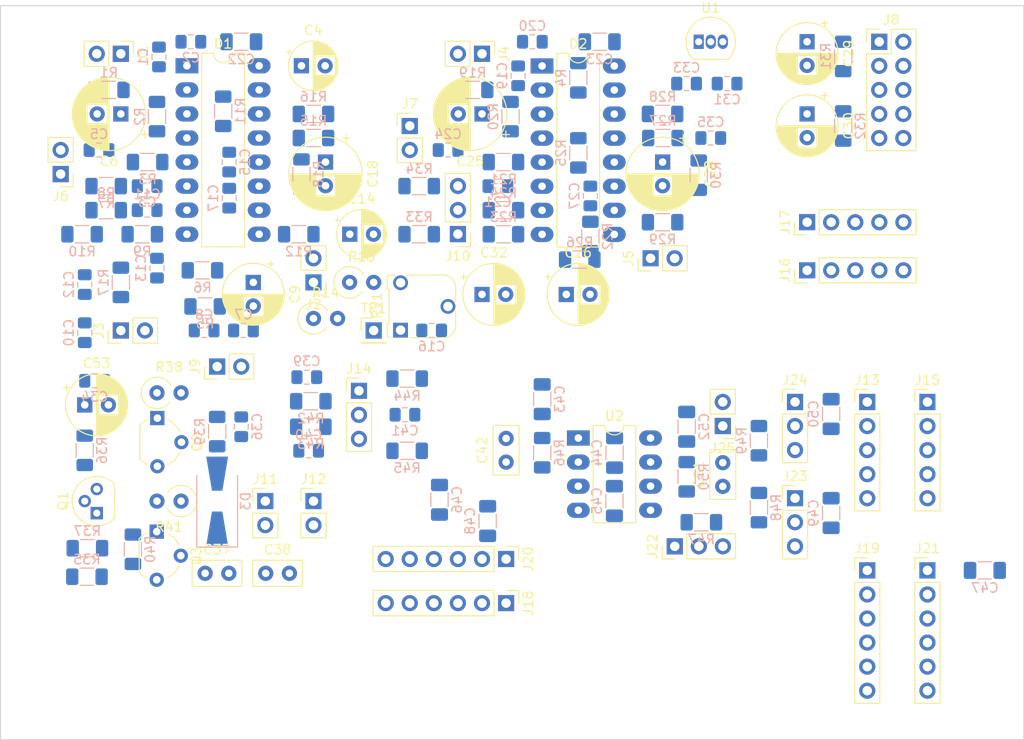
<source format=kicad_pcb>
(kicad_pcb (version 20211014) (generator pcbnew)
  (layers (0 "F.Cu" signal) (31 "B.Cu" signal) (34 "B.Paste" user) (35 "F.Paste" user) (36 "B.SilkS" user "B.Silkscreen") (37 "F.SilkS" user "F.Silkscreen") (38 "B.Mask" user) (39 "F.Mask" user) (44 "Edge.Cuts" user))
  (net 0 "")
  (net 1 "Net-(C1-Pad1)")
  (net 2 "Net-(C1-Pad2)")
  (net 3 "GND")
  (net 4 "Net-(C3-Pad1)")
  (net 5 "Net-(C3-Pad2)")
  (net 6 "Net-(C22-Pad2)")
  (net 7 "Net-(C5-Pad2)")
  (net 8 "Net-(C6-Pad1)")
  (net 9 "Net-(C7-Pad1)")
  (net 10 "Net-(C7-Pad2)")
  (net 11 "Net-(C9-Pad1)")
  (net 12 "Net-(C10-Pad1)")
  (net 13 "Net-(C11-Pad1)")
  (net 14 "Net-(C11-Pad2)")
  (net 15 "Net-(C12-Pad1)")
  (net 16 "Net-(C13-Pad1)")
  (net 17 "Net-(C15-Pad2)")
  (net 18 "Net-(C16-Pad1)")
  (net 19 "/Gen")
  (net 20 "Net-(C17-Pad1)")
  (net 21 "Net-(C18-Pad1)")
  (net 22 "Net-(C19-Pad1)")
  (net 23 "Net-(C19-Pad2)")
  (net 24 "Net-(C21-Pad1)")
  (net 25 "Net-(C21-Pad2)")
  (net 26 "Net-(C24-Pad2)")
  (net 27 "Net-(C25-Pad1)")
  (net 28 "Net-(C26-Pad1)")
  (net 29 "Net-(C27-Pad1)")
  (net 30 "Net-(C28-Pad1)")
  (net 31 "+15V")
  (net 32 "-15V")
  (net 33 "Net-(C31-Pad2)")
  (net 34 "Net-(C32-Pad1)")
  (net 35 "+12VA")
  (net 36 "Net-(C34-Pad1)")
  (net 37 "/PB Mix")
  (net 38 "Net-(C35-Pad2)")
  (net 39 "Net-(C36-Pad1)")
  (net 40 "Net-(C36-Pad2)")
  (net 41 "Net-(C37-Pad1)")
  (net 42 "/PB1")
  (net 43 "Net-(C39-Pad2)")
  (net 44 "/PB2")
  (net 45 "Net-(C40-Pad2)")
  (net 46 "Net-(C41-Pad1)")
  (net 47 "Net-(C41-Pad2)")
  (net 48 "Net-(C42-Pad2)")
  (net 49 "/Interconnect/Wet")
  (net 50 "Net-(C46-Pad1)")
  (net 51 "Net-(C47-Pad1)")
  (net 52 "Net-(C48-Pad1)")
  (net 53 "Net-(C48-Pad2)")
  (net 54 "Net-(C49-Pad1)")
  (net 55 "Net-(C49-Pad2)")
  (net 56 "Net-(C50-Pad1)")
  (net 57 "/Interconnect/Dry")
  (net 58 "Net-(C51-Pad1)")
  (net 59 "Net-(C51-Pad2)")
  (net 60 "Net-(C52-Pad2)")
  (net 61 "Net-(D1-Pad2)")
  (net 62 "Net-(D1-Pad6)")
  (net 63 "Net-(D1-Pad13)")
  (net 64 "Net-(D1-Pad14)")
  (net 65 "Net-(D2-Pad2)")
  (net 66 "Net-(D2-Pad6)")
  (net 67 "Net-(D2-Pad7)")
  (net 68 "Net-(D2-Pad13)")
  (net 69 "Net-(D2-Pad14)")
  (net 70 "Net-(D3-Pad2)")
  (net 71 "Net-(J2-Pad1)")
  (net 72 "Net-(J2-Pad2)")
  (net 73 "Net-(J3-Pad1)")
  (net 74 "Net-(J5-Pad1)")
  (net 75 "Net-(J8-Pad10)")
  (net 76 "/Rec")
  (net 77 "Net-(J10-Pad1)")
  (net 78 "Net-(J10-Pad3)")
  (net 79 "Net-(J13-Pad2)")
  (net 80 "Net-(J13-Pad3)")
  (net 81 "Net-(J14-Pad1)")
  (net 82 "Net-(J14-Pad3)")
  (net 83 "Net-(J16-Pad3)")
  (net 84 "Net-(J16-Pad4)")
  (net 85 "Net-(J18-Pad3)")
  (net 86 "Net-(J18-Pad5)")
  (net 87 "Net-(J19-Pad3)")
  (net 88 "Net-(J19-Pad5)")
  (net 89 "Net-(J22-Pad2)")
  (net 90 "Net-(J23-Pad2)")
  (net 91 "Net-(J24-Pad2)")
  (net 92 "Net-(Q1-Pad1)")
  (net 93 "Net-(Q1-Pad2)")
  (net 94 "Net-(C14-Pad1)")
  (net 95 "Net-(R13-Pad2)")
  (footprint "Connector_PinHeader_2.54mm:PinHeader_1x02_P2.54mm_Vertical" (layer "F.Cu") (at 59.69 62.23 90)
    (fp_text reference "J9" (at 0 -2.33 90) (layer "F.SilkS"))
    (fp_text value "Rec NR")
    (pad "1" thru_hole rect (at 0 0 90) (size 1.7 1.7) (drill 1) (layers *.Cu *.Mask) (net 9 "Net-(C7-Pad1)"))
    (pad "2" thru_hole oval (at 0 2.54 90) (size 1.7 1.7) (drill 1) (layers *.Cu *.Mask) (net 76 "/Rec"))
  )
  (footprint "Capacitor_THT:CP_Radial_D6.3mm_P2.50mm" (layer "F.Cu") (at 45.72 66.2725)
    (fp_text reference "C53" (at 1.25 -4.4) (layer "F.SilkS"))
    (fp_text value "47,0")
    (pad "1" thru_hole rect (at 0 0) (size 1.6 1.6) (drill 0.8) (layers *.Cu *.Mask) (net 36 "Net-(C34-Pad1)"))
    (pad "2" thru_hole circle (at 2.5 0) (size 1.6 1.6) (drill 0.8) (layers *.Cu *.Mask) (net 3 "GND"))
  )
  (footprint "Capacitor_THT:CP_Radial_D6.3mm_P2.50mm" (layer "F.Cu") (at 121.92 35.56 -90)
    (fp_text reference "C30" (at 1.25 -4.4 90) (layer "F.SilkS"))
    (fp_text value "47,0")
    (pad "1" thru_hole rect (at 0 0 270) (size 1.6 1.6) (drill 0.8) (layers *.Cu *.Mask) (net 3 "GND"))
    (pad "2" thru_hole circle (at 2.5 0 270) (size 1.6 1.6) (drill 0.8) (layers *.Cu *.Mask) (net 32 "-15V"))
  )
  (footprint "Connector_PinHeader_2.54mm:PinHeader_1x05_P2.54mm_Vertical" (layer "F.Cu") (at 121.925 46.99 90)
    (fp_text reference "J17" (at 0 -2.33 90) (layer "F.SilkS"))
    (fp_text value "Out")
    (pad "1" thru_hole rect (at 0 0 90) (size 1.7 1.7) (drill 1) (layers *.Cu *.Mask) (net 3 "GND"))
    (pad "2" thru_hole oval (at 0 2.54 90) (size 1.7 1.7) (drill 1) (layers *.Cu *.Mask) (net 49 "/Interconnect/Wet"))
    (pad "3" thru_hole oval (at 0 5.08 90) (size 1.7 1.7) (drill 1) (layers *.Cu *.Mask) (net 83 "Net-(J16-Pad3)"))
    (pad "4" thru_hole oval (at 0 7.62 90) (size 1.7 1.7) (drill 1) (layers *.Cu *.Mask) (net 84 "Net-(J16-Pad4)"))
    (pad "5" thru_hole oval (at 0 10.16 90) (size 1.7 1.7) (drill 1) (layers *.Cu *.Mask) (net 3 "GND"))
  )
  (footprint "Connector_PinHeader_2.54mm:PinHeader_1x03_P2.54mm_Vertical" (layer "F.Cu") (at 120.65 76.125)
    (fp_text reference "J23" (at 0 -2.33) (layer "F.SilkS"))
    (fp_text value "50k")
    (pad "1" thru_hole rect (at 0 0) (size 1.7 1.7) (drill 1) (layers *.Cu *.Mask) (net 54 "Net-(C49-Pad1)"))
    (pad "2" thru_hole oval (at 0 2.54) (size 1.7 1.7) (drill 1) (layers *.Cu *.Mask) (net 90 "Net-(J23-Pad2)"))
    (pad "3" thru_hole oval (at 0 5.08) (size 1.7 1.7) (drill 1) (layers *.Cu *.Mask) (net 3 "GND"))
  )
  (footprint "Resistor_THT:R_Axial_DIN0309_L9.0mm_D3.2mm_P2.54mm_Vertical" (layer "F.Cu") (at 73.66 53.34)
    (fp_text reference "R13" (at 1.27 -2.72) (layer "F.SilkS"))
    (fp_text value "22")
    (pad "1" thru_hole circle (at 0 0) (size 1.6 1.6) (drill 0.8) (layers *.Cu *.Mask) (net 72 "Net-(J2-Pad2)"))
    (pad "2" thru_hole oval (at 2.54 0) (size 1.6 1.6) (drill 0.8) (layers *.Cu *.Mask) (net 95 "Net-(R13-Pad2)"))
  )
  (footprint "Package_TO_SOT_THT:TO-92_Inline" (layer "F.Cu") (at 110.49 27.94)
    (fp_text reference "U1" (at 1.27 -3.56) (layer "F.SilkS"))
    (fp_text value "L78L12_TO92")
    (pad "1" thru_hole rect (at 0 0) (size 1.05 1.5) (drill 0.75) (layers *.Cu *.Mask) (net 35 "+12VA"))
    (pad "2" thru_hole oval (at 1.27 0) (size 1.05 1.5) (drill 0.75) (layers *.Cu *.Mask) (net 3 "GND"))
    (pad "3" thru_hole oval (at 2.54 0) (size 1.05 1.5) (drill 0.75) (layers *.Cu *.Mask) (net 33 "Net-(C31-Pad2)"))
  )
  (footprint "Resistor_THT:R_Axial_DIN0309_L9.0mm_D3.2mm_P2.54mm_Vertical" (layer "F.Cu") (at 55.88 76.4325 180)
    (fp_text reference "R41" (at 1.27 -2.72) (layer "F.SilkS"))
    (fp_text value "43")
    (pad "1" thru_hole circle (at 0 0 180) (size 1.6 1.6) (drill 0.8) (layers *.Cu *.Mask) (net 39 "Net-(C36-Pad1)"))
    (pad "2" thru_hole oval (at 2.54 0 180) (size 1.6 1.6) (drill 0.8) (layers *.Cu *.Mask) (net 70 "Net-(D3-Pad2)"))
  )
  (footprint "Capacitor_THT:CP_Radial_D7.5mm_P2.50mm" (layer "F.Cu") (at 87.63 35.56 180)
    (fp_text reference "C25" (at 1.25 -5) (layer "F.SilkS"))
    (fp_text value "100,0")
    (pad "1" thru_hole rect (at 0 0 180) (size 1.6 1.6) (drill 0.8) (layers *.Cu *.Mask) (net 27 "Net-(C25-Pad1)"))
    (pad "2" thru_hole circle (at 2.5 0 180) (size 1.6 1.6) (drill 0.8) (layers *.Cu *.Mask) (net 3 "GND"))
  )
  (footprint "Connector_PinHeader_2.54mm:PinHeader_1x05_P2.54mm_Vertical" (layer "F.Cu") (at 121.93 52.07 90)
    (fp_text reference "J16" (at 0 -2.33 90) (layer "F.SilkS"))
    (fp_text value "Out'")
    (pad "1" thru_hole rect (at 0 0 90) (size 1.7 1.7) (drill 1) (layers *.Cu *.Mask) (net 3 "GND"))
    (pad "2" thru_hole oval (at 0 2.54 90) (size 1.7 1.7) (drill 1) (layers *.Cu *.Mask) (net 49 "/Interconnect/Wet"))
    (pad "3" thru_hole oval (at 0 5.08 90) (size 1.7 1.7) (drill 1) (layers *.Cu *.Mask) (net 83 "Net-(J16-Pad3)"))
    (pad "4" thru_hole oval (at 0 7.62 90) (size 1.7 1.7) (drill 1) (layers *.Cu *.Mask) (net 84 "Net-(J16-Pad4)"))
    (pad "5" thru_hole oval (at 0 10.16 90) (size 1.7 1.7) (drill 1) (layers *.Cu *.Mask) (net 3 "GND"))
  )
  (footprint "Capacitor_THT:CP_Radial_D6.3mm_P2.50mm" (layer "F.Cu") (at 87.63 54.61)
    (fp_text reference "C32" (at 1.25 -4.4) (layer "F.SilkS"))
    (fp_text value "47,0")
    (pad "1" thru_hole rect (at 0 0) (size 1.6 1.6) (drill 0.8) (layers *.Cu *.Mask) (net 34 "Net-(C32-Pad1)"))
    (pad "2" thru_hole circle (at 2.5 0) (size 1.6 1.6) (drill 0.8) (layers *.Cu *.Mask) (net 3 "GND"))
  )
  (footprint "Connector_PinHeader_2.54mm:PinHeader_1x02_P2.54mm_Vertical" (layer "F.Cu") (at 69.85 53.34 180)
    (fp_text reference "J2" (at 0 -2.33) (layer "F.SilkS"))
    (fp_text value "Rec Head")
    (pad "1" thru_hole rect (at 0 0 180) (size 1.7 1.7) (drill 1) (layers *.Cu *.Mask) (net 71 "Net-(J2-Pad1)"))
    (pad "2" thru_hole oval (at 0 2.54 180) (size 1.7 1.7) (drill 1) (layers *.Cu *.Mask) (net 72 "Net-(J2-Pad2)"))
  )
  (footprint "Connector_PinHeader_2.54mm:PinHeader_1x02_P2.54mm_Vertical" (layer "F.Cu") (at 80.01 36.83)
    (fp_text reference "J7" (at 0 -2.33) (layer "F.SilkS"))
    (fp_text value "PB NR 2")
    (pad "1" thru_hole rect (at 0 0) (size 1.7 1.7) (drill 1) (layers *.Cu *.Mask) (net 44 "/PB2"))
    (pad "2" thru_hole oval (at 0 2.54) (size 1.7 1.7) (drill 1) (layers *.Cu *.Mask) (net 26 "Net-(C24-Pad2)"))
  )
  (footprint "Package_DIP:DIP-16_W7.62mm_LongPads" (layer "F.Cu") (at 56.5 30.48)
    (fp_text reference "D1" (at 3.81 -2.33) (layer "F.SilkS"))
    (fp_text value "К174УН13")
    (pad "1" thru_hole rect (at 0 0) (size 2.4 1.6) (drill 0.8) (layers *.Cu *.Mask) (net 2 "Net-(C1-Pad2)"))
    (pad "2" thru_hole oval (at 0 2.54) (size 2.4 1.6) (drill 0.8) (layers *.Cu *.Mask) (net 61 "Net-(D1-Pad2)"))
    (pad "3" thru_hole oval (at 0 5.08) (size 2.4 1.6) (drill 0.8) (layers *.Cu *.Mask) (net 8 "Net-(C6-Pad1)"))
    (pad "4" thru_hole oval (at 0 7.62) (size 2.4 1.6) (drill 0.8) (layers *.Cu *.Mask) (net 5 "Net-(C3-Pad2)"))
    (pad "5" thru_hole oval (at 0 10.16) (size 2.4 1.6) (drill 0.8) (layers *.Cu *.Mask) (net 3 "GND"))
    (pad "6" thru_hole oval (at 0 12.7) (size 2.4 1.6) (drill 0.8) (layers *.Cu *.Mask) (net 62 "Net-(D1-Pad6)"))
    (pad "7" thru_hole oval (at 0 15.24) (size 2.4 1.6) (drill 0.8) (layers *.Cu *.Mask) (net 13 "Net-(C11-Pad1)"))
    (pad "8" thru_hole oval (at 0 17.78) (size 2.4 1.6) (drill 0.8) (layers *.Cu *.Mask) (net 10 "Net-(C7-Pad2)"))
    (pad "9" thru_hole oval (at 7.62 17.78) (size 2.4 1.6) (drill 0.8) (layers *.Cu *.Mask) (net 16 "Net-(C13-Pad1)"))
    (pad "10" thru_hole oval (at 7.62 15.24) (size 2.4 1.6) (drill 0.8) (layers *.Cu *.Mask) (net 3 "GND"))
    (pad "11" thru_hole oval (at 7.62 12.7) (size 2.4 1.6) (drill 0.8) (layers *.Cu *.Mask) (net 20 "Net-(C17-Pad1)"))
    (pad "12" thru_hole oval (at 7.62 10.16) (size 2.4 1.6) (drill 0.8) (layers *.Cu *.Mask) (net 21 "Net-(C18-Pad1)"))
    (pad "13" thru_hole oval (at 7.62 7.62) (size 2.4 1.6) (drill 0.8) (layers *.Cu *.Mask) (net 63 "Net-(D1-Pad13)"))
    (pad "14" thru_hole oval (at 7.62 5.08) (size 2.4 1.6) (drill 0.8) (layers *.Cu *.Mask) (net 64 "Net-(D1-Pad14)"))
    (pad "15" thru_hole oval (at 7.62 2.54) (size 2.4 1.6) (drill 0.8) (layers *.Cu *.Mask) (net 35 "+12VA"))
    (pad "16" thru_hole oval (at 7.62 0) (size 2.4 1.6) (drill 0.8) (layers *.Cu *.Mask) (net 6 "Net-(C22-Pad2)"))
  )
  (footprint "Connector_PinHeader_2.54mm:PinHeader_1x02_P2.54mm_Vertical" (layer "F.Cu") (at 49.53 58.42 90)
    (fp_text reference "J3" (at 0 -2.33 90) (layer "F.SilkS"))
    (fp_text value "Rec Meter")
    (pad "1" thru_hole rect (at 0 0 90) (size 1.7 1.7) (drill 1) (layers *.Cu *.Mask) (net 73 "Net-(J3-Pad1)"))
    (pad "2" thru_hole oval (at 0 2.54 90) (size 1.7 1.7) (drill 1) (layers *.Cu *.Mask) (net 35 "+12VA"))
  )
  (footprint "Capacitor_THT:CP_Radial_D5.0mm_P2.50mm" (layer "F.Cu") (at 68.58 30.48)
    (fp_text reference "C4" (at 1.25 -3.75) (layer "F.SilkS"))
    (fp_text value "20,0")
    (pad "1" thru_hole rect (at 0 0) (size 1.6 1.6) (drill 0.8) (layers *.Cu *.Mask) (net 6 "Net-(C22-Pad2)"))
    (pad "2" thru_hole circle (at 2.5 0) (size 1.6 1.6) (drill 0.8) (layers *.Cu *.Mask) (net 3 "GND"))
  )
  (footprint "Connector_PinHeader_2.54mm:PinHeader_1x02_P2.54mm_Vertical" (layer "F.Cu") (at 105.41 50.8 90)
    (fp_text reference "J5" (at 0 -2.33 90) (layer "F.SilkS"))
    (fp_text value "PB Meter")
    (pad "1" thru_hole rect (at 0 0 90) (size 1.7 1.7) (drill 1) (layers *.Cu *.Mask) (net 74 "Net-(J5-Pad1)"))
    (pad "2" thru_hole oval (at 0 2.54 90) (size 1.7 1.7) (drill 1) (layers *.Cu *.Mask) (net 35 "+12VA"))
  )
  (footprint "Connector_PinHeader_2.54mm:PinHeader_1x01_P2.54mm_Vertical" (layer "F.Cu") (at 76.2 58.42)
    (fp_text reference "TP1" (at 0 -2.33) (layer "F.SilkS"))
    (fp_text value "TP Rec")
    (pad "1" thru_hole rect (at 0 0) (size 1.7 1.7) (drill 1) (layers *.Cu *.Mask) (net 95 "Net-(R13-Pad2)"))
  )
  (footprint "Resistor_THT:R_Axial_DIN0309_L9.0mm_D3.2mm_P2.54mm_Vertical" (layer "F.Cu") (at 69.85 57.15)
    (fp_text reference "R14" (at 1.27 -2.72) (layer "F.SilkS"))
    (fp_text value "22")
    (pad "1" thru_hole circle (at 0 0) (size 1.6 1.6) (drill 0.8) (layers *.Cu *.Mask) (net 3 "GND"))
    (pad "2" thru_hole oval (at 2.54 0) (size 1.6 1.6) (drill 0.8) (layers *.Cu *.Mask) (net 71 "Net-(J2-Pad1)"))
  )
  (footprint "Capacitor_THT:CP_Radial_D7.5mm_P2.50mm" (layer "F.Cu") (at 49.53 35.56 180)
    (fp_text reference "C6" (at 1.25 -5) (layer "F.SilkS"))
    (fp_text value "100,0")
    (pad "1" thru_hole rect (at 0 0 180) (size 1.6 1.6) (drill 0.8) (layers *.Cu *.Mask) (net 8 "Net-(C6-Pad1)"))
    (pad "2" thru_hole circle (at 2.5 0 180) (size 1.6 1.6) (drill 0.8) (layers *.Cu *.Mask) (net 3 "GND"))
  )
  (footprint "Connector_PinHeader_2.54mm:PinHeader_1x02_P2.54mm_Vertical" (layer "F.Cu") (at 87.63 29.21 -90)
    (fp_text reference "J4" (at 0 -2.33 90) (layer "F.SilkS"))
    (fp_text value "PB Head 2")
    (pad "1" thru_hole rect (at 0 0 270) (size 1.7 1.7) (drill 1) (layers *.Cu *.Mask) (net 22 "Net-(C19-Pad1)"))
    (pad "2" thru_hole oval (at 0 2.54 270) (size 1.7 1.7) (drill 1) (layers *.Cu *.Mask) (net 3 "GND"))
  )
  (footprint "Capacitor_THT:C_Disc_D5.0mm_W2.5mm_P2.50mm" (layer "F.Cu") (at 90.17 72.315 90)
    (fp_text reference "C42" (at 1.25 -2.5 90) (layer "F.SilkS"))
    (fp_text value "15p")
    (pad "1" thru_hole circle (at 0 0 90) (size 1.6 1.6) (drill 0.8) (layers *.Cu *.Mask) (net 47 "Net-(C41-Pad2)"))
    (pad "2" thru_hole circle (at 2.5 0 90) (size 1.6 1.6) (drill 0.8) (layers *.Cu *.Mask) (net 48 "Net-(C42-Pad2)"))
  )
  (footprint "Capacitor_THT:CP_Radial_D7.5mm_P2.50mm" (layer "F.Cu") (at 71.12 40.64 -90)
    (fp_text reference "C18" (at 1.25 -5 90) (layer "F.SilkS"))
    (fp_text value "220,0")
    (pad "1" thru_hole rect (at 0 0 270) (size 1.6 1.6) (drill 0.8) (layers *.Cu *.Mask) (net 21 "Net-(C18-Pad1)"))
    (pad "2" thru_hole circle (at 2.5 0 270) (size 1.6 1.6) (drill 0.8) (layers *.Cu *.Mask) (net 3 "GND"))
  )
  (footprint "Connector_PinHeader_2.54mm:PinHeader_1x05_P2.54mm_Vertical" (layer "F.Cu") (at 134.62 65.97)
    (fp_text reference "J15" (at 0 -2.33) (layer "F.SilkS"))
    (fp_text value "Dry In'")
    (pad "1" thru_hole rect (at 0 0) (size 1.7 1.7) (drill 1) (layers *.Cu *.Mask) (net 3 "GND"))
    (pad "2" thru_hole oval (at 0 2.54) (size 1.7 1.7) (drill 1) (layers *.Cu *.Mask) (net 79 "Net-(J13-Pad2)"))
    (pad "3" thru_hole oval (at 0 5.08) (size 1.7 1.7) (drill 1) (layers *.Cu *.Mask) (net 80 "Net-(J13-Pad3)"))
    (pad "4" thru_hole oval (at 0 7.62) (size 1.7 1.7) (drill 1) (layers *.Cu *.Mask) (net 57 "/Interconnect/Dry"))
    (pad "5" thru_hole oval (at 0 10.16) (size 1.7 1.7) (drill 1) (layers *.Cu *.Mask) (net 3 "GND"))
  )
  (footprint "Connector_PinHeader_2.54mm:PinHeader_1x03_P2.54mm_Vertical" (layer "F.Cu") (at 74.65 64.785)
    (fp_text reference "J14" (at 0 -2.33) (layer "F.SilkS"))
    (fp_text value "50k")
    (pad "1" thru_hole rect (at 0 0) (size 1.7 1.7) (drill 1) (layers *.Cu *.Mask) (net 81 "Net-(J14-Pad1)"))
    (pad "2" thru_hole oval (at 0 2.54) (size 1.7 1.7) (drill 1) (layers *.Cu *.Mask) (net 3 "GND"))
    (pad "3" thru_hole oval (at 0 5.08) (size 1.7 1.7) (drill 1) (layers *.Cu *.Mask) (net 82 "Net-(J14-Pad3)"))
  )
  (footprint "Connector_PinHeader_2.54mm:PinHeader_2x05_P2.54mm_Vertical" (layer "F.Cu") (at 129.535 27.945)
    (fp_text reference "J8" (at 1.27 -2.33) (layer "F.SilkS"))
    (fp_text value "ModPower")
    (pad "1" thru_hole rect (at 0 0) (size 1.7 1.7) (drill 1) (layers *.Cu *.Mask) (net 33 "Net-(C31-Pad2)"))
    (pad "2" thru_hole oval (at 2.54 0) (size 1.7 1.7) (drill 1) (layers *.Cu *.Mask) (net 33 "Net-(C31-Pad2)"))
    (pad "3" thru_hole oval (at 0 2.54) (size 1.7 1.7) (drill 1) (layers *.Cu *.Mask) (net 3 "GND"))
    (pad "4" thru_hole oval (at 2.54 2.54) (size 1.7 1.7) (drill 1) (layers *.Cu *.Mask) (net 3 "GND"))
    (pad "5" thru_hole oval (at 0 5.08) (size 1.7 1.7) (drill 1) (layers *.Cu *.Mask) (net 3 "GND"))
    (pad "6" thru_hole oval (at 2.54 5.08) (size 1.7 1.7) (drill 1) (layers *.Cu *.Mask) (net 3 "GND"))
    (pad "7" thru_hole oval (at 0 7.62) (size 1.7 1.7) (drill 1) (layers *.Cu *.Mask) (net 3 "GND"))
    (pad "8" thru_hole oval (at 2.54 7.62) (size 1.7 1.7) (drill 1) (layers *.Cu *.Mask) (net 3 "GND"))
    (pad "9" thru_hole oval (at 0 10.16) (size 1.7 1.7) (drill 1) (layers *.Cu *.Mask) (net 75 "Net-(J8-Pad10)"))
    (pad "10" thru_hole oval (at 2.54 10.16) (size 1.7 1.7) (drill 1) (layers *.Cu *.Mask) (net 75 "Net-(J8-Pad10)"))
  )
  (footprint "Connector_PinHeader_2.54mm:PinHeader_1x03_P2.54mm_Vertical" (layer "F.Cu") (at 107.965 81.205 90)
    (fp_text reference "J22" (at 0 -2.33 90) (layer "F.SilkS"))
    (fp_text value "50k")
    (pad "1" thru_hole rect (at 0 0 90) (size 1.7 1.7) (drill 1) (layers *.Cu *.Mask) (net 52 "Net-(C48-Pad1)"))
    (pad "2" thru_hole oval (at 0 2.54 90) (size 1.7 1.7) (drill 1) (layers *.Cu *.Mask) (net 89 "Net-(J22-Pad2)"))
    (pad "3" thru_hole oval (at 0 5.08 90) (size 1.7 1.7) (drill 1) (layers *.Cu *.Mask) (net 3 "GND"))
  )
  (footprint "Connector_PinHeader_2.54mm:PinHeader_1x03_P2.54mm_Vertical" (layer "F.Cu") (at 120.65 65.965)
    (fp_text reference "J24" (at 0 -2.33) (layer "F.SilkS"))
    (fp_text value "50k")
    (pad "1" thru_hole rect (at 0 0) (size 1.7 1.7) (drill 1) (layers *.Cu *.Mask) (net 56 "Net-(C50-Pad1)"))
    (pad "2" thru_hole oval (at 0 2.54) (size 1.7 1.7) (drill 1) (layers *.Cu *.Mask) (net 91 "Net-(J24-Pad2)"))
    (pad "3" thru_hole oval (at 0 5.08) (size 1.7 1.7) (drill 1) (layers *.Cu *.Mask) (net 3 "GND"))
  )
  (footprint "Connector_PinHeader_2.54mm:PinHeader_1x06_P2.54mm_Vertical" (layer "F.Cu") (at 134.62 83.745)
    (fp_text reference "J21" (at 0 -2.33) (layer "F.SilkS"))
    (fp_text value "XMix 2'")
    (pad "1" thru_hole rect (at 0 0) (size 1.7 1.7) (drill 1) (layers *.Cu *.Mask) (net 51 "Net-(C47-Pad1)"))
    (pad "2" thru_hole oval (at 0 2.54) (size 1.7 1.7) (drill 1) (layers *.Cu *.Mask) (net 55 "Net-(C49-Pad2)"))
    (pad "3" thru_hole oval (at 0 5.08) (size 1.7 1.7) (drill 1) (layers *.Cu *.Mask) (net 87 "Net-(J19-Pad3)"))
    (pad "4" thru_hole oval (at 0 7.62) (size 1.7 1.7) (drill 1) (layers *.Cu *.Mask) (net 51 "Net-(C47-Pad1)"))
    (pad "5" thru_hole oval (at 0 10.16) (size 1.7 1.7) (drill 1) (layers *.Cu *.Mask) (net 88 "Net-(J19-Pad5)"))
    (pad "6" thru_hole oval (at 0 12.7) (size 1.7 1.7) (drill 1) (layers *.Cu *.Mask) (net 87 "Net-(J19-Pad3)"))
  )
  (footprint "Connector_PinHeader_2.54mm:PinHeader_1x05_P2.54mm_Vertical" (layer "F.Cu") (at 128.27 65.97)
    (fp_text reference "J13" (at 0 -2.33) (layer "F.SilkS"))
    (fp_text value "Dry In")
    (pad "1" thru_hole rect (at 0 0) (size 1.7 1.7) (drill 1) (layers *.Cu *.Mask) (net 3 "GND"))
    (pad "2" thru_hole oval (at 0 2.54) (size 1.7 1.7) (drill 1) (layers *.Cu *.Mask) (net 79 "Net-(J13-Pad2)"))
    (pad "3" thru_hole oval (at 0 5.08) (size 1.7 1.7) (drill 1) (layers *.Cu *.Mask) (net 80 "Net-(J13-Pad3)"))
    (pad "4" thru_hole oval (at 0 7.62) (size 1.7 1.7) (drill 1) (layers *.Cu *.Mask) (net 57 "/Interconnect/Dry"))
    (pad "5" thru_hole oval (at 0 10.16) (size 1.7 1.7) (drill 1) (layers *.Cu *.Mask) (net 3 "GND"))
  )
  (footprint "Package_TO_SOT_THT:TO-92_Wide" (layer "F.Cu") (at 53.313465 79.652911 -90)
    (fp_text reference "Q3" (at 2.55 -4.19 90) (layer "F.SilkS"))
    (fp_text value "KT603A")
    (pad "1" thru_hole rect (at 0 0 270) (size 1.5 1.5) (drill 0.8) (layers *.Cu *.Mask) (net 92 "Net-(Q1-Pad1)"))
    (pad "2" thru_hole circle (at 2.54 -2.54 270) (size 1.5 1.5) (drill 0.8) (layers *.Cu *.Mask) (net 39 "Net-(C36-Pad1)"))
    (pad "3" thru_hole circle (at 5.08 0 270) (size 1.5 1.5) (drill 0.8) (layers *.Cu *.Mask) (net 3 "GND"))
  )
  (footprint "Connector_PinHeader_2.54mm:PinHeader_1x06_P2.54mm_Vertical" (layer "F.Cu") (at 90.17 82.55 -90)
    (fp_text reference "J20" (at 0 -2.33 90) (layer "F.SilkS"))
    (fp_text value "XMix 1'")
    (pad "1" thru_hole rect (at 0 0 270) (size 1.7 1.7) (drill 1) (layers *.Cu *.Mask) (net 50 "Net-(C46-Pad1)"))
    (pad "2" thru_hole oval (at 0 2.54 270) (size 1.7 1.7) (drill 1) (layers *.Cu *.Mask) (net 53 "Net-(C48-Pad2)"))
    (pad "3" thru_hole oval (at 0 5.08 270) (size 1.7 1.7) (drill 1) (layers *.Cu *.Mask) (net 85 "Net-(J18-Pad3)"))
    (pad "4" thru_hole oval (at 0 7.62 270) (size 1.7 1.7) (drill 1) (layers *.Cu *.Mask) (net 50 "Net-(C46-Pad1)"))
    (pad "5" thru_hole oval (at 0 10.16 270) (size 1.7 1.7) (drill 1) (layers *.Cu *.Mask) (net 86 "Net-(J18-Pad5)"))
    (pad "6" thru_hole oval (at 0 12.7 270) (size 1.7 1.7) (drill 1) (layers *.Cu *.Mask) (net 85 "Net-(J18-Pad3)"))
  )
  (footprint "Capacitor_THT:CP_Radial_D6.3mm_P2.50mm" (layer "F.Cu") (at 63.5 53.34 -90)
    (fp_text reference "C9" (at 1.25 -4.4 90) (layer "F.SilkS"))
    (fp_text value "47,0")
    (pad "1" thru_hole rect (at 0 0 270) (size 1.6 1.6) (drill 0.8) (layers *.Cu *.Mask) (net 11 "Net-(C9-Pad1)"))
    (pad "2" thru_hole circle (at 2.5 0 270) (size 1.6 1.6) (drill 0.8) (layers *.Cu *.Mask) (net 3 "GND"))
  )
  (footprint "Connector_PinHeader_2.54mm:PinHeader_1x02_P2.54mm_Vertical" (layer "F.Cu") (at 43.18 41.91 180)
    (fp_text reference "J6" (at 0 -2.33) (layer "F.SilkS"))
    (fp_text value "PB NR 1")
    (pad "1" thru_hole rect (at 0 0 180) (size 1.7 1.7) (drill 1) (layers *.Cu *.Mask) (net 42 "/PB1"))
    (pad "2" thru_hole oval (at 0 2.54 180) (size 1.7 1.7) (drill 1) (layers *.Cu *.Mask) (net 7 "Net-(C5-Pad2)"))
  )
  (footprint "Capacitor_THT:CP_Radial_D6.3mm_P2.50mm" (layer "F.Cu") (at 96.52 54.61)
    (fp_text reference "C26" (at 1.25 -4.4) (layer "F.SilkS"))
    (fp_text value "47,0")
    (pad "1" thru_hole rect (at 0 0) (size 1.6 1.6) (drill 0.8) (layers *.Cu *.Mask) (net 28 "Net-(C26-Pad1)"))
    (pad "2" thru_hole circle (at 2.5 0) (size 1.6 1.6) (drill 0.8) (layers *.Cu *.Mask) (net 3 "GND"))
  )
  (footprint "Capacitor_THT:C_Disc_D5.0mm_W2.5mm_P2.50mm" (layer "F.Cu") (at 58.42 84.0525)
    (fp_text reference "C37" (at 1.25 -2.5) (layer "F.SilkS"))
    (fp_text value "27")
    (pad "1" thru_hole circle (at 0 0) (size 1.6 1.6) (drill 0.8) (layers *.Cu *.Mask) (net 41 "Net-(C37-Pad1)"))
    (pad "2" thru_hole circle (at 2.5 0) (size 1.6 1.6) (drill 0.8) (layers *.Cu *.Mask) (net 19 "/Gen"))
  )
  (footprint "Resistor_THT:R_Axial_DIN0309_L9.0mm_D3.2mm_P2.54mm_Vertical" (layer "F.Cu") (at 53.34 65.0025)
    (fp_text reference "R38" (at 1.27 -2.72) (layer "F.SilkS"))
    (fp_text value "10")
    (pad "1" thru_hole circle (at 0 0) (size 1.6 1.6) (drill 0.8) (layers *.Cu *.Mask) (net 36 "Net-(C34-Pad1)"))
    (pad "2" thru_hole oval (at 2.54 0) (size 1.6 1.6) (drill 0.8) (layers *.Cu *.Mask) (net 31 "+15V"))
  )
  (footprint "Capacitor_THT:C_Disc_D5.0mm_W2.5mm_P2.50mm" (layer "F.Cu") (at 64.81 84.0525)
    (fp_text reference "C38" (at 1.25 -2.5) (layer "F.SilkS"))
    (fp_text value "0,01")
    (pad "1" thru_hole circle (at 0 0) (size 1.6 1.6) (drill 0.8) (layers *.Cu *.Mask) (net 3 "GND"))
    (pad "2" thru_hole circle (at 2.5 0) (size 1.6 1.6) (drill 0.8) (layers *.Cu *.Mask) (net 19 "/Gen"))
  )
  (footprint "Capacitor_THT:CP_Radial_D5.0mm_P2.50mm" (layer "F.Cu") (at 73.68 48.26)
    (fp_text reference "C14" (at 1.25 -3.75) (layer "F.SilkS"))
    (fp_text value "10,0")
    (pad "1" thru_hole rect (at 0 0) (size 1.6 1.6) (drill 0.8) (layers *.Cu *.Mask) (net 94 "Net-(C14-Pad1)"))
    (pad "2" thru_hole circle (at 2.5 0) (size 1.6 1.6) (drill 0.8) (layers *.Cu *.Mask) (net 95 "Net-(R13-Pad2)"))
  )
  (footprint "Package_DIP:DIP-8_W7.62mm_LongPads" (layer "F.Cu") (at 97.79 69.775)
    (fp_text reference "U2" (at 3.81 -2.33) (layer "F.SilkS"))
    (fp_text value "TL072")
    (pad "1" thru_hole rect (at 0 0) (size 2.4 1.6) (drill 0.8) (layers *.Cu *.Mask) (net 48 "Net-(C42-Pad2)"))
    (pad "2" thru_hole oval (at 0 2.54) (size 2.4 1.6) (drill 0.8) (layers *.Cu *.Mask) (net 47 "Net-(C41-Pad2)"))
    (pad "3" thru_hole oval (at 0 5.08) (size 2.4 1.6) (drill 0.8) (layers *.Cu *.Mask) (net 3 "GND"))
    (pad "4" thru_hole oval (at 0 7.62) (size 2.4 1.6) (drill 0.8) (layers *.Cu *.Mask) (net 32 "-15V"))
    (pad "5" thru_hole oval (at 7.62 7.62) (size 2.4 1.6) (drill 0.8) (layers *.Cu *.Mask) (net 3 "GND"))
    (pad "6" thru_hole oval (at 7.62 5.08) (size 2.4 1.6) (drill 0.8) (layers *.Cu *.Mask) (net 58 "Net-(C51-Pad1)"))
    (pad "7" thru_hole oval (at 7.62 2.54) (size 2.4 1.6) (drill 0.8) (layers *.Cu *.Mask) (net 59 "Net-(C51-Pad2)"))
    (pad "8" thru_hole oval (at 7.62 0) (size 2.4 1.6) (drill 0.8) (layers *.Cu *.Mask) (net 31 "+15V"))
  )
  (footprint "Capacitor_THT:CP_Radial_D7.5mm_P2.50mm" (layer "F.Cu") (at 106.68 40.64 -90)
    (fp_text reference "C28" (at 1.25 -5 90) (layer "F.SilkS"))
    (fp_text value "220,0")
    (pad "1" thru_hole rect (at 0 0 270) (size 1.6 1.6) (drill 0.8) (layers *.Cu *.Mask) (net 30 "Net-(C28-Pad1)"))
    (pad "2" thru_hole circle (at 2.5 0 270) (size 1.6 1.6) (drill 0.8) (layers *.Cu *.Mask) (net 3 "GND"))
  )
  (footprint "Connector_PinHeader_2.54mm:PinHeader_1x02_P2.54mm_Vertical" (layer "F.Cu") (at 64.77 76.4325)
    (fp_text reference "J11" (at 0 -2.33) (layer "F.SilkS"))
    (fp_text value "Erase Head")
    (pad "1" thru_hole rect (at 0 0) (size 1.7 1.7) (drill 1) (layers *.Cu *.Mask) (net 70 "Net-(D3-Pad2)"))
    (pad "2" thru_hole oval (at 0 2.54) (size 1.7 1.7) (drill 1) (layers *.Cu *.Mask) (net 19 "/Gen"))
  )
  (footprint "Connector_PinHeader_2.54mm:PinHeader_1x02_P2.54mm_Vertical" (layer "F.Cu") (at 69.85 76.4325)
    (fp_text reference "J12" (at 0 -2.33) (layer "F.SilkS"))
    (fp_text value "Gen")
    (pad "1" thru_hole rect (at 0 0) (size 1.7 1.7) (drill 1) (layers *.Cu *.Mask) (net 19 "/Gen"))
    (pad "2" thru_hole oval (at 0 2.54) (size 1.7 1.7) (drill 1) (layers *.Cu *.Mask) (net 19 "/Gen"))
  )
  (footprint "Package_TO_SOT_THT:TO-92" (layer "F.Cu") (at 46.99 77.7025 90)
    (fp_text reference "Q1" (at 1.27 -3.56 90) (layer "F.SilkS"))
    (fp_text value "KT3107")
    (pad "1" thru_hole rect (at 0 0 90) (size 1.3 1.3) (drill 0.75) (layers *.Cu *.Mask) (net 92 "Net-(Q1-Pad1)"))
    (pad "2" thru_hole circle (at 1.27 -1.27 90) (size 1.3 1.3) (drill 0.75) (layers *.Cu *.Mask) (net 93 "Net-(Q1-Pad2)"))
    (pad "3" thru_hole circle (at 2.54 0 90) (size 1.3 1.3) (drill 0.75) (layers *.Cu *.Mask) (net 70 "Net-(D3-Pad2)"))
  )
  (footprint "Package_TO_SOT_THT:TO-92_Wide" (layer "F.Cu") (at 53.38 67.6725 -90)
    (fp_text reference "Q2" (at 2.55 -4.19 90) (layer "F.SilkS"))
    (fp_text value "KT603A")
    (pad "1" thru_hole rect (at 0 0 270) (size 1.5 1.5) (drill 0.8) (layers *.Cu *.Mask) (net 40 "Net-(C36-Pad2)"))
    (pad "2" thru_hole circle (at 2.54 -2.54 270) (size 1.5 1.5) (drill 0.8) (layers *.Cu *.Mask) (net 36 "Net-(C34-Pad1)"))
    (pad "3" thru_hole circle (at 5.08 0 270) (size 1.5 1.5) (drill 0.8) (layers *.Cu *.Mask) (net 70 "Net-(D3-Pad2)"))
  )
  (footprint "Connector_PinHeader_2.54mm:PinHeader_1x02_P2.54mm_Vertical" (layer "F.Cu") (at 113.03 68.505 180)
    (fp_text reference "J25" (at 0 -2.33) (layer "F.SilkS"))
    (fp_text value "EQ")
    (pad "1" thru_hole rect (at 0 0 180) (size 1.7 1.7) (drill 1) (layers *.Cu *.Mask) (net 76 "/Rec"))
    (pad "2" thru_hole oval (at 0 2.54 180) (size 1.7 1.7) (drill 1) (layers *.Cu *.Mask) (net 60 "Net-(C52-Pad2)"))
  )
  (footprint "Connector_PinHeader_2.54mm:PinHeader_1x06_P2.54mm_Vertical" (layer "F.Cu") (at 90.17 87.2 -90)
    (fp_text reference "J18" (at 0 -2.33 90) (layer "F.SilkS"))
    (fp_text value "XMix 1")
    (pad "1" thru_hole rect (at 0 0 270) (size 1.7 1.7) (drill 1) (layers *.Cu *.Mask) (net 50 "Net-(C46-Pad1)"))
    (pad "2" thru_hole oval (at 0 2.54 270) (size 1.7 1.7) (drill 1) (layers *.Cu *.Mask) (net 53 "Net-(C48-Pad2)"))
    (pad "3" thru_hole oval (at 0 5.08 270) (size 1.7 1.7) (drill 1) (layers *.Cu *.Mask) (net 85 "Net-(J18-Pad3)"))
    (pad "4" thru_hole oval (at 0 7.62 270) (size 1.7 1.7) (drill 1) (layers *.Cu *.Mask) (net 50 "Net-(C46-Pad1)"))
    (pad "5" thru_hole oval (at 0 10.16 270) (size 1.7 1.7) (drill 1) (layers *.Cu *.Mask) (net 86 "Net-(J18-Pad5)"))
    (pad "6" thru_hole oval (at 0 12.7 270) (size 1.7 1.7) (drill 1) (layers *.Cu *.Mask) (net 85 "Net-(J18-Pad3)"))
  )
  (footprint "Potentiometer_THT:Potentiometer_Runtron_RM-065_Vertical" (layer "F.Cu") (at 79.04 58.38 90)
    (fp_text reference "RV1" (at 2.6 -2.5 90) (layer "F.SilkS"))
    (fp_text value "100k")
    (pad "1" thru_hole rect (at 0 0 90) (size 1.56 1.56) (drill 1) (layers *.Cu *.Mask) (net 18 "Net-(C16-Pad1)"))
    (pad "2" thru_hole circle (at 2.5 5 90) (size 1.56 1.56) (drill 1) (layers *.Cu *.Mask) (net 95 "Net-(R13-Pad2)"))
    (pad "3" thru_hole circle (at 5 0 90) (size 1.56 1.56) (drill 1) (layers *.Cu *.Mask) (net 95 "Net-(R13-Pad2)"))
  )
  (footprint "Connector_PinHeader_2.54mm:PinHeader_1x02_P2.54mm_Vertical" (layer "F.Cu") (at 49.53 29.21 -90)
    (fp_text reference "J1" (at 0 -2.33 90) (layer "F.SilkS"))
    (fp_text value "PB Head 1")
    (pad "1" thru_hole rect (at 0 0 270) (size 1.7 1.7) (drill 1) (layers *.Cu *.Mask) (net 1 "Net-(C1-Pad1)"))
    (pad "2" thru_hole oval (at 0 2.54 270) (size 1.7 1.7) (drill 1) (layers *.Cu *.Mask) (net 3 "GND"))
  )
  (footprint "Capacitor_THT:CP_Radial_D6.3mm_P2.50mm" (layer "F.Cu") (at 121.92 27.94 -90)
    (fp_text reference "C29" (at 1.25 -4.4 90) (layer "F.SilkS"))
    (fp_text value "47,0")
    (pad "1" thru_hole rect (at 0 0 270) (size 1.6 1.6) (drill 0.8) (layers *.Cu *.Mask) (net 31 "+15V"))
    (pad "2" thru_hole circle (at 2.5 0 270) (size 1.6 1.6) (drill 0.8) (layers *.Cu *.Mask) (net 3 "GND"))
  )
  (footprint "Connector_PinHeader_2.54mm:PinHeader_1x06_P2.54mm_Vertical" (layer "F.Cu") (at 128.27 83.745)
    (fp_text reference "J19" (at 0 -2.33) (layer "F.SilkS"))
    (fp_text value "XMix 2")
    (pad "1" thru_hole rect (at 0 0) (size 1.7 1.7) (drill 1) (layers *.Cu *.Mask) (net 51 "Net-(C47-Pad1)"))
    (pad "2" thru_hole oval (at 0 2.54) (size 1.7 1.7) (drill 1) (layers *.Cu *.Mask) (net 55 "Net-(C49-Pad2)"))
    (pad "3" thru_hole oval (at 0 5.08) (size 1.7 1.7) (drill 1) (layers *.Cu *.Mask) (net 87 "Net-(J19-Pad3)"))
    (pad "4" thru_hole oval (at 0 7.62) (size 1.7 1.7) (drill 1) (layers *.Cu *.Mask) (net 51 "Net-(C47-Pad1)"))
    (pad "5" thru_hole oval (at 0 10.16) (size 1.7 1.7) (drill 1) (layers *.Cu *.Mask) (net 88 "Net-(J19-Pad5)"))
    (pad "6" thru_hole oval (at 0 12.7) (size 1.7 1.7) (drill 1) (layers *.Cu *.Mask) (net 87 "Net-(J19-Pad3)"))
  )
  (footprint "Capacitor_THT:C_Disc_D5.0mm_W2.5mm_P2.50mm" (layer "F.Cu") (at 113.03 74.875 90)
    (fp_text reference "C51" (at 1.25 -2.5 90) (layer "F.SilkS"))
    (fp_text value "33p")
    (pad "1" thru_hole circle (at 0 0 90) (size 1.6 1.6) (drill 0.8) (layers *.Cu *.Mask) (net 58 "Net-(C51-Pad1)"))
    (pad "2" thru_hole circle (at 2.5 0 90) (size 1.6 1.6) (drill 0.8) (layers *.Cu *.Mask) (net 59 "Net-(C51-Pad2)"))
  )
  (footprint "Connector_PinHeader_2.54mm:PinHeader_1x03_P2.54mm_Vertical" (layer "F.Cu") (at 85.09 48.245 180)
    (fp_text reference "J10" (at 0 -2.33) (layer "F.SilkS"))
    (fp_text value "Meter Sw")
    (pad "1" thru_hole rect (at 0 0 180) (size 1.7 1.7) (drill 1) (layers *.Cu *.Mask) (net 77 "Net-(J10-Pad1)"))
    (pad "2" thru_hole oval (at 0 2.54 180) (size 1.7 1.7) (drill 1) (layers *.Cu *.Mask) (net 34 "Net-(C32-Pad1)"))
    (pad "3" thru_hole oval (at 0 5.08 180) (size 1.7 1.7) (drill 1) (layers *.Cu *.Mask) (net 78 "Net-(J10-Pad3)"))
  )
  (footprint "Package_DIP:DIP-16_W7.62mm_LongPads" (layer "F.Cu") (at 93.965 30.495)
    (fp_text reference "D2" (at 3.81 -2.33) (layer "F.SilkS"))
    (fp_text value "К174УН13")
    (pad "1" thru_hole rect (at 0 0) (size 2.4 1.6) (drill 0.8) (layers *.Cu *.Mask) (net 23 "Net-(C19-Pad2)"))
    (pad "2" thru_hole oval (at 0 2.54) (size 2.4 1.6) (drill 0.8) (layers *.Cu *.Mask) (net 65 "Net-(D2-Pad2)"))
    (pad "3" thru_hole oval (at 0 5.08) (size 2.4 1.6) (drill 0.8) (layers *.Cu *.Mask) (net 27 "Net-(C25-Pad1)"))
    (pad "4" thru_hole oval (at 0 7.62) (size 2.4 1.6) (drill 0.8) (layers *.Cu *.Mask) (net 25 "Net-(C21-Pad2)"))
    (pad "5" thru_hole oval (at 0 10.16) (size 2.4 1.6) (drill 0.8) (layers *.Cu *.Mask) (net 3 "GND"))
    (pad "6" thru_hole oval (at 0 12.7) (size 2.4 1.6) (drill 0.8) (layers *.Cu *.Mask) (net 66 "Net-(D2-Pad6)"))
    (pad "7" thru_hole oval (at 0 15.24) (size 2.4 1.6) (drill 0.8) (layers *.Cu *.Mask) (net 67 "Net-(D2-Pad7)"))
    (pad "8" thru_hole oval (at 0 17.78) (size 2.4 1.6) (drill 0.8) (layers *.Cu *.Mask) (net 28 "Net-(C26-Pad1)"))
    (pad "9" thru_hole oval (at 7.62 17.78) (size 2.4 1.6) (drill 0.8) (layers *.Cu *.Mask) (net 37 "/PB Mix"))
    (pad "10" thru_hole oval (at 7.62 15.24) (size 2.4 1.6) (drill 0.8) (layers *.Cu *.Mask) (net 3 "GND"))
    (pad "11" thru_hole oval (at 7.62 12.7) (size 2.4 1.6) (drill 0.8) (layers *.Cu *.Mask) (net 29 "Net-(C27-Pad1)"))
    (pad "12" thru_hole oval (at 7.62 10.16) (size 2.4 1.6) (drill 0.8) (layers *.Cu *.Mask) (net 30 "Net-(C28-Pad1)"))
    (pad "13" thru_hole oval (at 7.62 7.62) (size 2.4 1.6) (drill 0.8) (layers *.Cu *.Mask) (net 68 "Net-(D2-Pad13)"))
    (pad "14" thru_hole oval (at 7.62 5.08) (size 2.4 1.6) (drill 0.8) (layers *.Cu *.Mask) (net 69 "Net-(D2-Pad14)"))
    (pad "15" thru_hole oval (at 7.62 2.54) (size 2.4 1.6) (drill 0.8) (layers *.Cu *.Mask) (net 35 "+12VA"))
    (pad "16" thru_hole oval (at 7.62 0) (size 2.4 1.6) (drill 0.8) (layers *.Cu *.Mask) (net 6 "Net-(C22-Pad2)"))
  )
  (footprint "Capacitor_SMD:C_0805_2012Metric_Pad1.18x1.45mm_HandSolder" (layer "B.Cu") (at 91.44 31.5325 -90)
    (fp_text reference "C19" (at 0 1.68 90) (layer "B.SilkS") (effects (justify mirror)))
    (fp_text value "10,0")
    (pad "1" smd roundrect (at -1.0375 0 270) (size 1.175 1.45) (layers "B.Cu" "B.Paste" "B.Mask") (roundrect_rratio 0.212766) (net 22 "Net-(C19-Pad1)"))
    (pad "2" smd roundrect (at 1.0375 0 270) (size 1.175 1.45) (layers "B.Cu" "B.Paste" "B.Mask") (roundrect_rratio 0.212766) (net 23 "Net-(C19-Pad2)"))
  )
  (footprint "Resistor_SMD:R_1206_3216Metric_Pad1.30x1.75mm_HandSolder" (layer "B.Cu") (at 69.85 38.1 180)
    (fp_text reference "R15" (at 0 1.82) (layer "B.SilkS") (effects (justify mirror)))
    (fp_text value "10k")
    (pad "1" smd roundrect (at -1.55 0 180) (size 1.3 1.75) (layers "B.Cu" "B.Paste" "B.Mask") (roundrect_rratio 0.192308) (net 17 "Net-(C15-Pad2)"))
    (pad "2" smd roundrect (at 1.55 0 180) (size 1.3 1.75) (layers "B.Cu" "B.Paste" "B.Mask") (roundrect_rratio 0.192308) (net 63 "Net-(D1-Pad13)"))
  )
  (footprint "Resistor_SMD:R_1206_3216Metric_Pad1.30x1.75mm_HandSolder" (layer "B.Cu") (at 69.57 65.89)
    (fp_text reference "R42" (at 0 1.82) (layer "B.SilkS") (effects (justify mirror)))
    (fp_text value "22k")
    (pad "1" smd roundrect (at -1.55 0) (size 1.3 1.75) (layers "B.Cu" "B.Paste" "B.Mask") (roundrect_rratio 0.192308) (net 43 "Net-(C39-Pad2)"))
    (pad "2" smd roundrect (at 1.55 0) (size 1.3 1.75) (layers "B.Cu" "B.Paste" "B.Mask") (roundrect_rratio 0.192308) (net 81 "Net-(J14-Pad1)"))
  )
  (footprint "Resistor_SMD:R_1206_3216Metric_Pad1.30x1.75mm_HandSolder" (layer "B.Cu") (at 106.68 35.56 180)
    (fp_text reference "R28" (at 0 1.82) (layer "B.SilkS") (effects (justify mirror)))
    (fp_text value "10k")
    (pad "1" smd roundrect (at -1.55 0 180) (size 1.3 1.75) (layers "B.Cu" "B.Paste" "B.Mask") (roundrect_rratio 0.192308) (net 38 "Net-(C35-Pad2)"))
    (pad "2" smd roundrect (at 1.55 0 180) (size 1.3 1.75) (layers "B.Cu" "B.Paste" "B.Mask") (roundrect_rratio 0.192308) (net 69 "Net-(D2-Pad14)"))
  )
  (footprint "Resistor_SMD:R_1206_3216Metric_Pad1.30x1.75mm_HandSolder" (layer "B.Cu") (at 106.68 46.99)
    (fp_text reference "R29" (at 0 1.82) (layer "B.SilkS") (effects (justify mirror)))
    (fp_text value "120k")
    (pad "1" smd roundrect (at -1.55 0) (size 1.3 1.75) (layers "B.Cu" "B.Paste" "B.Mask") (roundrect_rratio 0.192308) (net 66 "Net-(D2-Pad6)"))
    (pad "2" smd roundrect (at 1.55 0) (size 1.3 1.75) (layers "B.Cu" "B.Paste" "B.Mask") (roundrect_rratio 0.192308) (net 74 "Net-(J5-Pad1)"))
  )
  (footprint "Resistor_SMD:R_1206_3216Metric_Pad1.30x1.75mm_HandSolder" (layer "B.Cu") (at 116.84 70.055 -90)
    (fp_text reference "R49" (at 0 1.82 90) (layer "B.SilkS") (effects (justify mirror)))
    (fp_text value "100k")
    (pad "1" smd roundrect (at -1.55 0 270) (size 1.3 1.75) (layers "B.Cu" "B.Paste" "B.Mask") (roundrect_rratio 0.192308) (net 91 "Net-(J24-Pad2)"))
    (pad "2" smd roundrect (at 1.55 0 270) (size 1.3 1.75) (layers "B.Cu" "B.Paste" "B.Mask") (roundrect_rratio 0.192308) (net 58 "Net-(C51-Pad1)"))
  )
  (footprint "Resistor_SMD:R_1206_3216Metric_Pad1.30x1.75mm_HandSolder" (layer "B.Cu") (at 51.79 48.26)
    (fp_text reference "R9" (at 0 1.82) (layer "B.SilkS") (effects (justify mirror)))
    (fp_text value "2,7k")
    (pad "1" smd roundrect (at -1.55 0) (size 1.3 1.75) (layers "B.Cu" "B.Paste" "B.Mask") (roundrect_rratio 0.192308) (net 14 "Net-(C11-Pad2)"))
    (pad "2" smd roundrect (at 1.55 0) (size 1.3 1.75) (layers "B.Cu" "B.Paste" "B.Mask") (roundrect_rratio 0.192308) (net 16 "Net-(C13-Pad1)"))
  )
  (footprint "Capacitor_SMD:C_0805_2012Metric_Pad1.18x1.45mm_HandSolder" (layer "B.Cu") (at 53.5525 29.5425 -90)
    (fp_text reference "C1" (at 0 1.68 90) (layer "B.SilkS") (effects (justify mirror)))
    (fp_text value "10,0")
    (pad "1" smd roundrect (at -1.0375 0 270) (size 1.175 1.45) (layers "B.Cu" "B.Paste" "B.Mask") (roundrect_rratio 0.212766) (net 1 "Net-(C1-Pad1)"))
    (pad "2" smd roundrect (at 1.0375 0 270) (size 1.175 1.45) (layers "B.Cu" "B.Paste" "B.Mask") (roundrect_rratio 0.212766) (net 2 "Net-(C1-Pad2)"))
  )
  (footprint "Resistor_SMD:R_1206_3216Metric_Pad1.30x1.75mm_HandSolder" (layer "B.Cu") (at 45.72 71.0725 90)
    (fp_text reference "R36" (at 0 1.82 90) (layer "B.SilkS") (effects (justify mirror)))
    (fp_text value "30k")
    (pad "1" smd roundrect (at -1.55 0 90) (size 1.3 1.75) (layers "B.Cu" "B.Paste" "B.Mask") (roundrect_rratio 0.192308) (net 93 "Net-(Q1-Pad2)"))
    (pad "2" smd roundrect (at 1.55 0 90) (size 1.3 1.75) (layers "B.Cu" "B.Paste" "B.Mask") (roundrect_rratio 0.192308) (net 36 "Net-(C34-Pad1)"))
  )
  (footprint "Resistor_SMD:R_1206_3216Metric_Pad1.30x1.75mm_HandSolder" (layer "B.Cu") (at 90.64 35.84 -90)
    (fp_text reference "R20" (at 0 1.82 90) (layer "B.SilkS") (effects (justify mirror)))
    (fp_text value "12k")
    (pad "1" smd roundrect (at -1.55 0 270) (size 1.3 1.75) (layers "B.Cu" "B.Paste" "B.Mask") (roundrect_rratio 0.192308) (net 65 "Net-(D2-Pad2)"))
    (pad "2" smd roundrect (at 1.55 0 270) (size 1.3 1.75) (layers "B.Cu" "B.Paste" "B.Mask") (roundrect_rratio 0.192308) (net 24 "Net-(C21-Pad1)"))
  )
  (footprint "Resistor_SMD:R_1206_3216Metric_Pad1.30x1.75mm_HandSolder" (layer "B.Cu") (at 45.44 48.26)
    (fp_text reference "R10" (at 0 1.82) (layer "B.SilkS") (effects (justify mirror)))
    (fp_text value "27k")
    (pad "1" smd roundrect (at -1.55 0) (size 1.3 1.75) (layers "B.Cu" "B.Paste" "B.Mask") (roundrect_rratio 0.192308) (net 15 "Net-(C12-Pad1)"))
    (pad "2" smd roundrect (at 1.55 0) (size 1.3 1.75) (layers "B.Cu" "B.Paste" "B.Mask") (roundrect_rratio 0.192308) (net 16 "Net-(C13-Pad1)"))
  )
  (footprint "Resistor_SMD:R_1206_3216Metric_Pad1.30x1.75mm_HandSolder" (layer "B.Cu") (at 45.95 84.4125 180)
    (fp_text reference "R35" (at 0 1.82) (layer "B.SilkS") (effects (justify mirror)))
    (fp_text value "470")
    (pad "1" smd roundrect (at -1.55 0 180) (size 1.3 1.75) (layers "B.Cu" "B.Paste" "B.Mask") (roundrect_rratio 0.192308) (net 41 "Net-(C37-Pad1)"))
    (pad "2" smd roundrect (at 1.55 0 180) (size 1.3 1.75) (layers "B.Cu" "B.Paste" "B.Mask") (roundrect_rratio 0.192308) (net 93 "Net-(Q1-Pad2)"))
  )
  (footprint "Capacitor_SMD:C_0805_2012Metric_Pad1.18x1.45mm_HandSolder" (layer "B.Cu") (at 47.2225 39.37 180)
    (fp_text reference "C5" (at 0 1.68) (layer "B.SilkS") (effects (justify mirror)))
    (fp_text value "10,0")
    (pad "1" smd roundrect (at -1.0375 0 180) (size 1.175 1.45) (layers "B.Cu" "B.Paste" "B.Mask") (roundrect_rratio 0.212766) (net 5 "Net-(C3-Pad2)"))
    (pad "2" smd roundrect (at 1.0375 0 180) (size 1.175 1.45) (layers "B.Cu" "B.Paste" "B.Mask") (roundrect_rratio 0.212766) (net 7 "Net-(C5-Pad2)"))
  )
  (footprint "Resistor_SMD:R_1206_3216Metric_Pad1.30x1.75mm_HandSolder" (layer "B.Cu") (at 69.57 68.58)
    (fp_text reference "R43" (at 0 1.82) (layer "B.SilkS") (effects (justify mirror)))
    (fp_text value "22k")
    (pad "1" smd roundrect (at -1.55 0) (size 1.3 1.75) (layers "B.Cu" "B.Paste" "B.Mask") (roundrect_rratio 0.192308) (net 45 "Net-(C40-Pad2)"))
    (pad "2" smd roundrect (at 1.55 0) (size 1.3 1.75) (layers "B.Cu" "B.Paste" "B.Mask") (roundrect_rratio 0.192308) (net 82 "Net-(J14-Pad3)"))
  )
  (footprint "Resistor_SMD:R_1206_3216Metric_Pad1.30x1.75mm_HandSolder" (layer "B.Cu") (at 58.42 55.88)
    (fp_text reference "R5" (at 0 1.82) (layer "B.SilkS") (effects (justify mirror)))
    (fp_text value "100k")
    (pad "1" smd roundrect (at -1.55 0) (size 1.3 1.75) (layers "B.Cu" "B.Paste" "B.Mask") (roundrect_rratio 0.192308) (net 3 "GND"))
    (pad "2" smd roundrect (at 1.55 0) (size 1.3 1.75) (layers "B.Cu" "B.Paste" "B.Mask") (roundrect_rratio 0.192308) (net 10 "Net-(C7-Pad2)"))
  )
  (footprint "Resistor_SMD:R_1206_3216Metric_Pad1.30x1.75mm_HandSolder" (layer "B.Cu") (at 110.49 42.027064 90)
    (fp_text reference "R30" (at 0 1.82 90) (layer "B.SilkS") (effects (justify mirror)))
    (fp_text value "1m")
    (pad "1" smd roundrect (at -1.55 0 90) (size 1.3 1.75) (layers "B.Cu" "B.Paste" "B.Mask") (roundrect_rratio 0.192308) (net 3 "GND"))
    (pad "2" smd roundrect (at 1.55 0 90) (size 1.3 1.75) (layers "B.Cu" "B.Paste" "B.Mask") (roundrect_rratio 0.192308) (net 30 "Net-(C28-Pad1)"))
  )
  (footprint "Resistor_SMD:R_1206_3216Metric_Pad1.30x1.75mm_HandSolder" (layer "B.Cu") (at 49.53 53.34 -90)
    (fp_text reference "R17" (at 0 1.82 90) (layer "B.SilkS") (effects (justify mirror)))
    (fp_text value "120k")
    (pad "1" smd roundrect (at -1.55 0 270) (size 1.3 1.75) (layers "B.Cu" "B.Paste" "B.Mask") (roundrect_rratio 0.192308) (net 62 "Net-(D1-Pad6)"))
    (pad "2" smd roundrect (at 1.55 0 270) (size 1.3 1.75) (layers "B.Cu" "B.Paste" "B.Mask") (roundrect_rratio 0.192308) (net 73 "Net-(J3-Pad1)"))
  )
  (footprint "Resistor_SMD:R_1206_3216Metric_Pad1.30x1.75mm_HandSolder" (layer "B.Cu") (at 50.8 81.5125 90)
    (fp_text reference "R40" (at 0 1.82 90) (layer "B.SilkS") (effects (justify mirror)))
    (fp_text value "470")
    (pad "1" smd roundrect (at -1.55 0 90) (size 1.3 1.75) (layers "B.Cu" "B.Paste" "B.Mask") (roundrect_rratio 0.192308) (net 3 "GND"))
    (pad "2" smd roundrect (at 1.55 0 90) (size 1.3 1.75) (layers "B.Cu" "B.Paste" "B.Mask") (roundrect_rratio 0.192308) (net 92 "Net-(Q1-Pad1)"))
  )
  (footprint "Capacitor_SMD:C_0805_2012Metric_Pad1.18x1.45mm_HandSolder" (layer "B.Cu") (at 79.4975 67.31)
    (fp_text reference "C41" (at 0 1.68) (layer "B.SilkS") (effects (justify mirror)))
    (fp_text value "10,0")
    (pad "1" smd roundrect (at -1.0375 0) (size 1.175 1.45) (layers "B.Cu" "B.Paste" "B.Mask") (roundrect_rratio 0.212766) (net 46 "Net-(C41-Pad1)"))
    (pad "2" smd roundrect (at 1.0375 0) (size 1.175 1.45) (layers "B.Cu" "B.Paste" "B.Mask") (roundrect_rratio 0.212766) (net 47 "Net-(C41-Pad2)"))
  )
  (footprint "Capacitor_SMD:C_0805_2012Metric_Pad1.18x1.45mm_HandSolder" (layer "B.Cu") (at 111.76 38.1 180)
    (fp_text reference "C35" (at 0 1.68) (layer "B.SilkS") (effects (justify mirror)))
    (fp_text value "10,0")
    (pad "1" smd roundrect (at -1.0375 0 180) (size 1.175 1.45) (layers "B.Cu" "B.Paste" "B.Mask") (roundrect_rratio 0.212766) (net 37 "/PB Mix"))
    (pad "2" smd roundrect (at 1.0375 0 180) (size 1.175 1.45) (layers "B.Cu" "B.Paste" "B.Mask") (roundrect_rratio 0.212766) (net 38 "Net-(C35-Pad2)"))
  )
  (footprint "Resistor_SMD:R_1206_3216Metric_Pad1.30x1.75mm_HandSolder" (layer "B.Cu") (at 52.35 40.64)
    (fp_text reference "R3" (at 0 1.82) (layer "B.SilkS") (effects (justify mirror)))
    (fp_text value "560k")
    (pad "1" smd roundrect (at -1.55 0) (size 1.3 1.75) (layers "B.Cu" "B.Paste" "B.Mask") (roundrect_rratio 0.192308) (net 4 "Net-(C3-Pad1)"))
    (pad "2" smd roundrect (at 1.55 0) (size 1.3 1.75) (layers "B.Cu" "B.Paste" "B.Mask") (roundrect_rratio 0.192308) (net 5 "Net-(C3-Pad2)"))
  )
  (footprint "Capacitor_SMD:C_0805_2012Metric_Pad1.18x1.45mm_HandSolder" (layer "B.Cu") (at 82.3175 58.42)
    (fp_text reference "C16" (at 0 1.68) (layer "B.SilkS") (effects (justify mirror)))
    (fp_text value "510")
    (pad "1" smd roundrect (at -1.0375 0) (size 1.175 1.45) (layers "B.Cu" "B.Paste" "B.Mask") (roundrect_rratio 0.212766) (net 18 "Net-(C16-Pad1)"))
    (pad "2" smd roundrect (at 1.0375 0) (size 1.175 1.45) (layers "B.Cu" "B.Paste" "B.Mask") (roundrect_rratio 0.212766) (net 19 "/Gen"))
  )
  (footprint "Resistor_SMD:R_1206_3216Metric_Pad1.30x1.75mm_HandSolder" (layer "B.Cu") (at 47.98 45.72 180)
    (fp_text reference "R8" (at 0 1.82) (layer "B.SilkS") (effects (justify mirror)))
    (fp_text value "27k")
    (pad "1" smd roundrect (at -1.55 0 180) (size 1.3 1.75) (layers "B.Cu" "B.Paste" "B.Mask") (roundrect_rratio 0.192308) (net 13 "Net-(C11-Pad1)"))
    (pad "2" smd roundrect (at 1.55 0 180) (size 1.3 1.75) (layers "B.Cu" "B.Paste" "B.Mask") (roundrect_rratio 0.192308) (net 15 "Net-(C12-Pad1)"))
  )
  (footprint "Capacitor_SMD:C_1206_3216Metric_Pad1.33x1.80mm_HandSolder" (layer "B.Cu") (at 83.145 76.2875 90)
    (fp_text reference "C46" (at 0 1.85 90) (layer "B.SilkS") (effects (justify mirror)))
    (fp_text value "10,0")
    (pad "1" smd roundrect (at -1.5625 0 90) (size 1.325 1.8) (layers "B.Cu" "B.Paste" "B.Mask") (roundrect_rratio 0.188679) (net 50 "Net-(C46-Pad1)"))
    (pad "2" smd roundrect (at 1.5625 0 90) (size 1.325 1.8) (layers "B.Cu" "B.Paste" "B.Mask") (roundrect_rratio 0.188679) (net 42 "/PB1"))
  )
  (footprint "Resistor_SMD:R_1206_3216Metric_Pad1.30x1.75mm_HandSolder" (layer "B.Cu") (at 89.89 48.26 180)
    (fp_text reference "R23" (at 0 1.82) (layer "B.SilkS") (effects (justify mirror)))
    (fp_text value "47k")
    (pad "1" smd roundrect (at -1.55 0 180) (size 1.3 1.75) (layers "B.Cu" "B.Paste" "B.Mask") (roundrect_rratio 0.192308) (net 67 "Net-(D2-Pad7)"))
    (pad "2" smd roundrect (at 1.55 0 180) (size 1.3 1.75) (layers "B.Cu" "B.Paste" "B.Mask") (roundrect_rratio 0.192308) (net 77 "Net-(J10-Pad1)"))
  )
  (footprint "Capacitor_SMD:C_0805_2012Metric_Pad1.18x1.45mm_HandSolder" (layer "B.Cu") (at 69.145 63.35 180)
    (fp_text reference "C39" (at 0 1.68) (layer "B.SilkS") (effects (justify mirror)))
    (fp_text value "10,0")
    (pad "1" smd roundrect (at -1.0375 0 180) (size 1.175 1.45) (layers "B.Cu" "B.Paste" "B.Mask") (roundrect_rratio 0.212766) (net 42 "/PB1"))
    (pad "2" smd roundrect (at 1.0375 0 180) (size 1.175 1.45) (layers "B.Cu" "B.Paste" "B.Mask") (roundrect_rratio 0.212766) (net 43 "Net-(C39-Pad2)"))
  )
  (footprint "Resistor_SMD:R_1206_3216Metric_Pad1.30x1.75mm_HandSolder" (layer "B.Cu") (at 69.85 35.56 180)
    (fp_text reference "R16" (at 0 1.82) (layer "B.SilkS") (effects (justify mirror)))
    (fp_text value "10k")
    (pad "1" smd roundrect (at -1.55 0 180) (size 1.3 1.75) (layers "B.Cu" "B.Paste" "B.Mask") (roundrect_rratio 0.192308) (net 17 "Net-(C15-Pad2)"))
    (pad "2" smd roundrect (at 1.55 0 180) (size 1.3 1.75) (layers "B.Cu" "B.Paste" "B.Mask") (roundrect_rratio 0.192308) (net 64 "Net-(D1-Pad14)"))
  )
  (footprint "Capacitor_SMD:C_1206_3216Metric_Pad1.33x1.80mm_HandSolder" (layer "B.Cu") (at 140.6775 83.745)
    (fp_text reference "C47" (at 0 1.85) (layer "B.SilkS") (effects (justify mirror)))
    (fp_text value "10,0")
    (pad "1" smd roundrect (at -1.5625 0) (size 1.325 1.8) (layers "B.Cu" "B.Paste" "B.Mask") (roundrect_rratio 0.188679) (net 51 "Net-(C47-Pad1)"))
    (pad "2" smd roundrect (at 1.5625 0) (size 1.325 1.8) (layers "B.Cu" "B.Paste" "B.Mask") (roundrect_rratio 0.188679) (net 44 "/PB2"))
  )
  (footprint "Resistor_SMD:R_1206_3216Metric_Pad1.30x1.75mm_HandSolder" (layer "B.Cu") (at 81 48.26 180)
    (fp_text reference "R33" (at 0 1.82) (layer "B.SilkS") (effects (justify mirror)))
    (fp_text value "47k")
    (pad "1" smd roundrect (at -1.55 0 180) (size 1.3 1.75) (layers "B.Cu" "B.Paste" "B.Mask") (roundrect_rratio 0.192308) (net 77 "Net-(J10-Pad1)"))
    (pad "2" smd roundrect (at 1.55 0 180) (size 1.3 1.75) (layers "B.Cu" "B.Paste" "B.Mask") (roundrect_rratio 0.192308) (net 42 "/PB1"))
  )
  (footprint "Capacitor_SMD:C_0805_2012Metric_Pad1.18x1.45mm_HandSolder" (layer "B.Cu") (at 46.7575 63.7325)
    (fp_text reference "C34" (at 0 1.68) (layer "B.SilkS") (effects (justify mirror)))
    (fp_text value "0,1")
    (pad "1" smd roundrect (at -1.0375 0) (size 1.175 1.45) (layers "B.Cu" "B.Paste" "B.Mask") (roundrect_rratio 0.212766) (net 36 "Net-(C34-Pad1)"))
    (pad "2" smd roundrect (at 1.0375 0) (size 1.175 1.45) (layers "B.Cu" "B.Paste" "B.Mask") (roundrect_rratio 0.212766) (net 3 "GND"))
  )
  (footprint "Capacitor_SMD:C_0805_2012Metric_Pad1.18x1.45mm_HandSolder" (layer "B.Cu") (at 84.0525 39.37 180)
    (fp_text reference "C24" (at 0 1.68) (layer "B.SilkS") (effects (justify mirror)))
    (fp_text value "10,0")
    (pad "1" smd roundrect (at -1.0375 0 180) (size 1.175 1.45) (layers "B.Cu" "B.Paste" "B.Mask") (roundrect_rratio 0.212766) (net 25 "Net-(C21-Pad2)"))
    (pad "2" smd roundrect (at 1.0375 0 180) (size 1.175 1.45) (layers "B.Cu" "B.Paste" "B.Mask") (roundrect_rratio 0.212766) (net 26 "Net-(C24-Pad2)"))
  )
  (footprint "Resistor_SMD:R_1206_3216Metric_Pad1.30x1.75mm_HandSolder" (layer "B.Cu") (at 89.89 40.64)
    (fp_text reference "R21" (at 0 1.82) (layer "B.SilkS") (effects (justify mirror)))
    (fp_text value "560k")
    (pad "1" smd roundrect (at -1.55 0) (size 1.3 1.75) (layers "B.Cu" "B.Paste" "B.Mask") (roundrect_rratio 0.192308) (net 24 "Net-(C21-Pad1)"))
    (pad "2" smd roundrect (at 1.55 0) (size 1.3 1.75) (layers "B.Cu" "B.Paste" "B.Mask") (roundrect_rratio 0.192308) (net 25 "Net-(C21-Pad2)"))
  )
  (footprint "Resistor_SMD:R_1206_3216Metric_Pad1.30x1.75mm_HandSolder" (layer "B.Cu") (at 81 43.18 180)
    (fp_text reference "R34" (at 0 1.82) (layer "B.SilkS") (effects (justify mirror)))
    (fp_text value "47k")
    (pad "1" smd roundrect (at -1.55 0 180) (size 1.3 1.75) (layers "B.Cu" "B.Paste" "B.Mask") (roundrect_rratio 0.192308) (net 78 "Net-(J10-Pad3)"))
    (pad "2" smd roundrect (at 1.55 0 180) (size 1.3 1.75) (layers "B.Cu" "B.Paste" "B.Mask") (roundrect_rratio 0.192308) (net 44 "/PB2"))
  )
  (footprint "Resistor_SMD:R_1206_3216Metric_Pad1.30x1.75mm_HandSolder" (layer "B.Cu") (at 68.58 41.91 90)
    (fp_text reference "R18" (at 0 1.82 90) (layer "B.SilkS") (effects (justify mirror)))
    (fp_text value "1m")
    (pad "1" smd roundrect (at -1.55 0 90) (size 1.3 1.75) (layers "B.Cu" "B.Paste" "B.Mask") (roundrect_rratio 0.192308) (net 3 "GND"))
    (pad "2" smd roundrect (at 1.55 0 90) (size 1.3 1.75) (layers "B.Cu" "B.Paste" "B.Mask") (roundrect_rratio 0.192308) (net 21 "Net-(C18-Pad1)"))
  )
  (footprint "Resistor_SMD:R_1206_3216Metric_Pad1.30x1.75mm_HandSolder" (layer "B.Cu") (at 79.73 63.5)
    (fp_text reference "R44" (at 0 1.82) (layer "B.SilkS") (effects (justify mirror)))
    (fp_text value "22k")
    (pad "1" smd roundrect (at -1.55 0) (size 1.3 1.75) (layers "B.Cu" "B.Paste" "B.Mask") (roundrect_rratio 0.192308) (net 81 "Net-(J14-Pad1)"))
    (pad "2" smd roundrect (at 1.55 0) (size 1.3 1.75) (layers "B.Cu" "B.Paste" "B.Mask") (roundrect_rratio 0.192308) (net 46 "Net-(C41-Pad1)"))
  )
  (footprint "Capacitor_SMD:C_0805_2012Metric_Pad1.18x1.45mm_HandSolder" (layer "B.Cu") (at 69.3375 71.12 180)
    (fp_text reference "C40" (at 0 1.68) (layer "B.SilkS") (effects (justify mirror)))
    (fp_text value "10,0")
    (pad "1" smd roundrect (at -1.0375 0 180) (size 1.175 1.45) (layers "B.Cu" "B.Paste" "B.Mask") (roundrect_rratio 0.212766) (net 44 "/PB2"))
    (pad "2" smd roundrect (at 1.0375 0 180) (size 1.175 1.45) (layers "B.Cu" "B.Paste" "B.Mask") (roundrect_rratio 0.212766) (net 45 "Net-(C40-Pad2)"))
  )
  (footprint "Capacitor_SMD:C_1206_3216Metric_Pad1.33x1.80mm_HandSolder" (layer "B.Cu") (at 100.0375 27.94)
    (fp_text reference "C23" (at 0 1.85) (layer "B.SilkS") (effects (justify mirror)))
    (fp_text value "0,1")
    (pad "1" smd roundrect (at -1.5625 0) (size 1.325 1.8) (layers "B.Cu" "B.Paste" "B.Mask") (roundrect_rratio 0.188679) (net 3 "GND"))
    (pad "2" smd roundrect (at 1.5625 0) (size 1.325 1.8) (layers "B.Cu" "B.Paste" "B.Mask") (roundrect_rratio 0.188679) (net 6 "Net-(C22-Pad2)"))
  )
  (footprint "Capacitor_SMD:C_0805_2012Metric_Pad1.18x1.45mm_HandSolder" (layer "B.Cu") (at 56.9175 27.94)
    (fp_text reference "C2" (at 0 1.68) (layer "B.SilkS") (effects (justify mirror)))
    (fp_text value "3900")
    (pad "1" smd roundrect (at -1.0375 0) (size 1.175 1.45) (layers "B.Cu" "B.Paste" "B.Mask") (roundrect_rratio 0.212766) (net 2 "Net-(C1-Pad2)"))
    (pad "2" smd roundrect (at 1.0375 0) (size 1.175 1.45) (layers "B.Cu" "B.Paste" "B.Mask") (roundrect_rratio 0.212766) (net 3 "GND"))
  )
  (footprint "Capacitor_SMD:C_1206_3216Metric_Pad1.33x1.80mm_HandSolder" (layer "B.Cu") (at 93.98 65.6725 90)
    (fp_text reference "C43" (at 0 1.85 90) (layer "B.SilkS") (effects (justify mirror)))
    (fp_text value "10,0")
    (pad "1" smd roundrect (at -1.5625 0 90) (size 1.325 1.8) (layers "B.Cu" "B.Paste" "B.Mask") (roundrect_rratio 0.188679) (net 48 "Net-(C42-Pad2)"))
    (pad "2" smd roundrect (at 1.5625 0 90) (size 1.325 1.8) (layers "B.Cu" "B.Paste" "B.Mask") (roundrect_rratio 0.188679) (net 49 "/Interconnect/Wet"))
  )
  (footprint "Capacitor_SMD:C_0805_2012Metric_Pad1.18x1.45mm_HandSolder" (layer "B.Cu") (at 62.23 68.58 90)
    (fp_text reference "C36" (at 0 1.68 90) (layer "B.SilkS") (effects (justify mirror)))
    (fp_text value "1,0")
    (pad "1" smd roundrect (at -1.0375 0 90) (size 1.175 1.45) (layers "B.Cu" "B.Paste" "B.Mask") (roundrect_rratio 0.212766) (net 39 "Net-(C36-Pad1)"))
    (pad "2" smd roundrect (at 1.0375 0 90) (size 1.175 1.45) (layers "B.Cu" "B.Paste" "B.Mask") (roundrect_rratio 0.212766) (net 40 "Net-(C36-Pad2)"))
  )
  (footprint "Capacitor_SMD:C_0805_2012Metric_Pad1.18x1.45mm_HandSolder" (layer "B.Cu") (at 92.9425 27.94 180)
    (fp_text reference "C20" (at 0 1.68) (layer "B.SilkS") (effects (justify mirror)))
    (fp_text value "3900")
    (pad "1" smd roundrect (at -1.0375 0 180) (size 1.175 1.45) (layers "B.Cu" "B.Paste" "B.Mask") (roundrect_rratio 0.212766) (net 23 "Net-(C19-Pad2)"))
    (pad "2" smd roundrect (at 1.0375 0 180) (size 1.175 1.45) (layers "B.Cu" "B.Paste" "B.Mask") (roundrect_rratio 0.212766) (net 3 "GND"))
  )
  (footprint "Resistor_SMD:R_1206_3216Metric_Pad1.30x1.75mm_HandSolder" (layer "B.Cu") (at 116.84 77.115 90)
    (fp_text reference "R48" (at 0 1.82 90) (layer "B.SilkS") (effects (justify mirror)))
    (fp_text value "100k")
    (pad "1" smd roundrect (at -1.55 0 90) (size 1.3 1.75) (layers "B.Cu" "B.Paste" "B.Mask") (roundrect_rratio 0.192308) (net 90 "Net-(J23-Pad2)"))
    (pad "2" smd roundrect (at 1.55 0 90) (size 1.3 1.75) (layers "B.Cu" "B.Paste" "B.Mask") (roundrect_rratio 0.192308) (net 58 "Net-(C51-Pad1)"))
  )
  (footprint "Resistor_SMD:R_1206_3216Metric_Pad1.30x1.75mm_HandSolder" (layer "B.Cu") (at 89.89 45.72 180)
    (fp_text reference "R24" (at 0 1.82) (layer "B.SilkS") (effects (justify mirror)))
    (fp_text value "47k")
    (pad "1" smd roundrect (at -1.55 0 180) (size 1.3 1.75) (layers "B.Cu" "B.Paste" "B.Mask") (roundrect_rratio 0.192308) (net 67 "Net-(D2-Pad7)"))
    (pad "2" smd roundrect (at 1.55 0 180) (size 1.3 1.75) (layers "B.Cu" "B.Paste" "B.Mask") (roundrect_rratio 0.192308) (net 78 "Net-(J10-Pad3)"))
  )
  (footprint "Resistor_SMD:R_1206_3216Metric_Pad1.30x1.75mm_HandSolder" (layer "B.Cu") (at 58.14 52.07)
    (fp_text reference "R6" (at 0 1.82) (layer "B.SilkS") (effects (justify mirror)))
    (fp_text value "68k")
    (pad "1" smd roundrect (at -1.55 0) (size 1.3 1.75) (layers "B.Cu" "B.Paste" "B.Mask") (roundrect_rratio 0.192308) (net 10 "Net-(C7-Pad2)"))
    (pad "2" smd roundrect (at 1.55 0) (size 1.3 1.75) (layers "B.Cu" "B.Paste" "B.Mask") (roundrect_rratio 0.192308) (net 11 "Net-(C9-Pad1)"))
  )
  (footprint "Capacitor_SMD:C_0805_2012Metric_Pad1.18x1.45mm_HandSolder" (layer "B.Cu") (at 45.72 53.5725 -90)
    (fp_text reference "C12" (at 0 1.68 90) (layer "B.SilkS") (effects (justify mirror)))
    (fp_text value "3900")
    (pad "1" smd roundrect (at -1.0375 0 270) (size 1.175 1.45) (layers "B.Cu" "B.Paste" "B.Mask") (roundrect_rratio 0.212766) (net 15 "Net-(C12-Pad1)"))
    (pad "2" smd roundrect (at 1.0375 0 270) (size 1.175 1.45) (layers "B.Cu" "B.Paste" "B.Mask") (roundrect_rratio 0.212766) (net 3 "GND"))
  )
  (footprint "Capacitor_SMD:C_0805_2012Metric_Pad1.18x1.45mm_HandSolder" (layer "B.Cu") (at 58.315 58.42 180)
    (fp_text reference "C8" (at 0 1.68) (layer "B.SilkS") (effects (justify mirror)))
    (fp_text value "820")
    (pad "1" smd roundrect (at -1.0375 0 180) (size 1.175 1.45) (layers "B.Cu" "B.Paste" "B.Mask") (roundrect_rratio 0.212766) (net 10 "Net-(C7-Pad2)"))
    (pad "2" smd roundrect (at 1.0375 0 180) (size 1.175 1.45) (layers "B.Cu" "B.Paste" "B.Mask") (roundrect_rratio 0.212766) (net 3 "GND"))
  )
  (footprint "Capacitor_SMD:C_0805_2012Metric_Pad1.18x1.45mm_HandSolder" (layer "B.Cu") (at 60.96 40.64 90)
    (fp_text reference "C15" (at 0 1.68 90) (layer "B.SilkS") (effects (justify mirror)))
    (fp_text value "10,0")
    (pad "1" smd roundrect (at -1.0375 0 90) (size 1.175 1.45) (layers "B.Cu" "B.Paste" "B.Mask") (roundrect_rratio 0.212766) (net 16 "Net-(C13-Pad1)"))
    (pad "2" smd roundrect (at 1.0375 0 90) (size 1.175 1.45) (layers "B.Cu" "B.Paste" "B.Mask") (roundrect_rratio 0.212766) (net 17 "Net-(C15-Pad2)"))
  )
  (footprint "Resistor_SMD:R_1206_3216Metric_Pad1.30x1.75mm_HandSolder" (layer "B.Cu") (at 86.64 33.02 180)
    (fp_text reference "R19" (at 0 1.82) (layer "B.SilkS") (effects (justify mirror)))
    (fp_text value "100")
    (pad "1" smd roundrect (at -1.55 0 180) (size 1.3 1.75) (layers "B.Cu" "B.Paste" "B.Mask") (roundrect_rratio 0.192308) (net 65 "Net-(D2-Pad2)"))
    (pad "2" smd roundrect (at 1.55 0 180) (size 1.3 1.75) (layers "B.Cu" "B.Paste" "B.Mask") (roundrect_rratio 0.192308) (net 3 "GND"))
  )
  (footprint "Resistor_SMD:R_1206_3216Metric_Pad1.30x1.75mm_HandSolder" (layer "B.Cu") (at 97.94 50.94 180)
    (fp_text reference "R26" (at 0 1.82) (layer "B.SilkS") (effects (justify mirror)))
    (fp_text value "100k")
    (pad "1" smd roundrect (at -1.55 0 180) (size 1.3 1.75) (layers "B.Cu" "B.Paste" "B.Mask") (roundrect_rratio 0.192308) (net 37 "/PB Mix"))
    (pad "2" smd roundrect (at 1.55 0 180) (size 1.3 1.75) (layers "B.Cu" "B.Paste" "B.Mask") (roundrect_rratio 0.192308) (net 67 "Net-(D2-Pad7)"))
  )
  (footprint "Resistor_SMD:R_1206_3216Metric_Pad1.30x1.75mm_HandSolder" (layer "B.Cu") (at 125.73 36.83 90)
    (fp_text reference "R32" (at 0 1.82 90) (layer "B.SilkS") (effects (justify mirror)))
    (fp_text value "100")
    (pad "1" smd roundrect (at -1.55 0 90) (size 1.3 1.75) (layers "B.Cu" "B.Paste" "B.Mask") (roundrect_rratio 0.192308) (net 32 "-15V"))
    (pad "2" smd roundrect (at 1.55 0 90) (size 1.3 1.75) (layers "B.Cu" "B.Paste" "B.Mask") (roundrect_rratio 0.192308) (net 75 "Net-(J8-Pad10)"))
  )
  (footprint "Capacitor_SMD:C_0805_2012Metric_Pad1.18x1.45mm_HandSolder" (layer "B.Cu") (at 99.06 44.2175 -90)
    (fp_text reference "C27" (at 0 1.68 90) (layer "B.SilkS") (effects (justify mirror)))
    (fp_text value "4,7")
    (pad "1" smd roundrect (at -1.0375 0 270) (size 1.175 1.45) (layers "B.Cu" "B.Paste" "B.Mask") (roundrect_rratio 0.212766) (net 29 "Net-(C27-Pad1)"))
    (pad "2" smd roundrect (at 1.0375 0 270) (size 1.175 1.45) (layers "B.Cu" "B.Paste" "B.Mask") (roundrect_rratio 0.212766) (net 3 "GND"))
  )
  (footprint "Capacitor_SMD:C_1206_3216Metric_Pad1.33x1.80mm_HandSolder" (layer "B.Cu") (at 124.46 67.235 -90)
    (fp_text reference "C50" (at 0 1.85 90) (layer "B.SilkS") (effects (justify mirror)))
    (fp_text value "10,0")
    (pad "1" smd roundrect (at -1.5625 0 270) (size 1.325 1.8) (layers "B.Cu" "B.Paste" "B.Mask") (roundrect_rratio 0.188679) (net 56 "Net-(C50-Pad1)"))
    (pad "2" smd roundrect (at 1.5625 0 270) (size 1.325 1.8) (layers "B.Cu" "B.Paste" "B.Mask") (roundrect_rratio 0.188679) (net 57 "/Interconnect/Dry"))
  )
  (footprint "Resistor_SMD:R_1206_3216Metric_Pad1.30x1.75mm_HandSolder" (layer "B.Cu") (at 53.34 35.84 -90)
    (fp_text reference "R2" (at 0 1.82 90) (layer "B.SilkS") (effects (justify mirror)))
    (fp_text value "12k")
    (pad "1" smd roundrect (at -1.55 0 270) (size 1.3 1.75) (layers "B.Cu" "B.Paste" "B.Mask") (roundrect_rratio 0.192308) (net 61 "Net-(D1-Pad2)"))
    (pad "2" smd roundrect (at 1.55 0 270) (size 1.3 1.75) (layers "B.Cu" "B.Paste" "B.Mask") (roundrect_rratio 0.192308) (net 4 "Net-(C3-Pad1)"))
  )
  (footprint "Capacitor_SMD:C_0805_2012Metric_Pad1.18x1.45mm_HandSolder" (layer "B.Cu") (at 52.3025 45.72 180)
    (fp_text reference "C11" (at 0 1.68) (layer "B.SilkS") (effects (justify mirror)))
    (fp_text value "220")
    (pad "1" smd roundrect (at -1.0375 0 180) (size 1.175 1.45) (layers "B.Cu" "B.Paste" "B.Mask") (roundrect_rratio 0.212766) (net 13 "Net-(C11-Pad1)"))
    (pad "2" smd roundrect (at 1.0375 0 180) (size 1.175 1.45) (layers "B.Cu" "B.Paste" "B.Mask") (roundrect_rratio 0.212766) (net 14 "Net-(C11-Pad2)"))
  )
  (footprint "Capacitor_SMD:C_0805_2012Metric_Pad1.18x1.45mm_HandSolder" (layer "B.Cu") (at 89.305 43.18)
    (fp_text reference "C21" (at 0 1.68) (layer "B.SilkS") (effects (justify mirror)))
    (fp_text value "0,01")
    (pad "1" smd roundrect (at -1.0375 0) (size 1.175 1.45) (layers "B.Cu" "B.Paste" "B.Mask") (roundrect_rratio 0.212766) (net 24 "Net-(C21-Pad1)"))
    (pad "2" smd roundrect (at 1.0375 0) (size 1.175 1.45) (layers "B.Cu" "B.Paste" "B.Mask") (roundrect_rratio 0.212766) (net 25 "Net-(C21-Pad2)"))
  )
  (footprint "Resistor_SMD:R_1206_3216Metric_Pad1.30x1.75mm_HandSolder" (layer "B.Cu") (at 60.325 35.28 90)
    (fp_text reference "R11" (at 0 1.82 90) (layer "B.SilkS") (effects (justify mirror)))
    (fp_text value "33k")
    (pad "1" smd roundrect (at -1.55 0 90) (size 1.3 1.75) (layers "B.Cu" "B.Paste" "B.Mask") (roundrect_rratio 0.192308) (net 11 "Net-(C9-Pad1)"))
    (pad "2" smd roundrect (at 1.55 0 90) (size 1.3 1.75) (layers "B.Cu" "B.Paste" "B.Mask") (roundrect_rratio 0.192308) (net 35 "+12VA"))
  )
  (footprint "Resistor_SMD:R_1206_3216Metric_Pad1.30x1.75mm_HandSolder" (layer "B.Cu") (at 99.06 48.49 90)
    (fp_text reference "R22" (at 0 1.82 90) (layer "B.SilkS") (effects (justify mirror)))
    (fp_text value "100k")
    (pad "1" smd roundrect (at -1.55 0 90) (size 1.3 1.75) (layers "B.Cu" "B.Paste" "B.Mask") (roundrect_rratio 0.192308) (net 28 "Net-(C26-Pad1)"))
    (pad "2" smd roundrect (at 1.55 0 90) (size 1.3 1.75) (layers "B.Cu" "B.Paste" "B.Mask") (roundrect_rratio 0.192308) (net 3 "GND"))
  )
  (footprint "Resistor_SMD:R_1206_3216Metric_Pad1.30x1.75mm_HandSolder" (layer "B.Cu") (at 97.79 39.67 -90)
    (fp_text reference "R25" (at 0 1.82 90) (layer "B.SilkS") (effects (justify mirror)))
    (fp_text value "100k")
    (pad "1" smd roundrect (at -1.55 0 270) (size 1.3 1.75) (layers "B.Cu" "B.Paste" "B.Mask") (roundrect_rratio 0.192308) (net 35 "+12VA"))
    (pad "2" smd roundrect (at 1.55 0 270) (size 1.3 1.75) (layers "B.Cu" "B.Paste" "B.Mask") (roundrect_rratio 0.192308) (net 28 "Net-(C26-Pad1)"))
  )
  (footprint "Capacitor_SMD:C_1206_3216Metric_Pad1.33x1.80mm_HandSolder" (layer "B.Cu") (at 109.22 68.58 90)
    (fp_text reference "C52" (at 0 1.85 90) (layer "B.SilkS") (effects (justify mirror)))
    (fp_text value "10,0")
    (pad "1" smd roundrect (at -1.5625 0 90) (size 1.325 1.8) (layers "B.Cu" "B.Paste" "B.Mask") (roundrect_rratio 0.188679) (net 59 "Net-(C51-Pad2)"))
    (pad "2" smd roundrect (at 1.5625 0 90) (size 1.325 1.8) (layers "B.Cu" "B.Paste" "B.Mask") (roundrect_rratio 0.188679) (net 60 "Net-(C52-Pad2)"))
  )
  (footprint "Capacitor_SMD:C_0805_2012Metric_Pad1.18x1.45mm_HandSolder" (layer "B.Cu") (at 113.483413 32.359915)
    (fp_text reference "C31" (at 0 1.68) (layer "B.SilkS") (effects (justify mirror)))
    (fp_text value "0,33")
    (pad "1" smd roundrect (at -1.0375 0) (size 1.175 1.45) (layers "B.Cu" "B.Paste" "B.Mask") (roundrect_rratio 0.212766) (net 3 "GND"))
    (pad "2" smd roundrect (at 1.0375 0) (size 1.175 1.45) (layers "B.Cu" "B.Paste" "B.Mask") (roundrect_rratio 0.212766) (net 33 "Net-(C31-Pad2)"))
  )
  (footprint "Capacitor_SMD:C_0805_2012Metric_Pad1.18x1.45mm_HandSolder" (layer "B.Cu") (at 109.208413 32.359915 180)
    (fp_text reference "C33" (at 0 1.68) (layer "B.SilkS") (effects (justify mirror)))
    (fp_text value "0,33")
    (pad "1" smd roundrect (at -1.0375 0 180) (size 1.175 1.45) (layers "B.Cu" "B.Paste" "B.Mask") (roundrect_rratio 0.212766) (net 3 "GND"))
    (pad "2" smd roundrect (at 1.0375 0 180) (size 1.175 1.45) (layers "B.Cu" "B.Paste" "B.Mask") (roundrect_rratio 0.212766) (net 35 "+12VA"))
  )
  (footprint "Capacitor_SMD:C_0805_2012Metric_Pad1.18x1.45mm_HandSolder" (layer "B.Cu") (at 53.34 51.8375 -90)
    (fp_text reference "C13" (at 0 1.68 90) (layer "B.SilkS") (effects (justify mirror)))
    (fp_text value "0,015")
    (pad "1" smd roundrect (at -1.0375 0 270) (size 1.175 1.45) (layers "B.Cu" "B.Paste" "B.Mask") (roundrect_rratio 0.212766) (net 16 "Net-(C13-Pad1)"))
    (pad "2" smd roundrect (at 1.0375 0 270) (size 1.175 1.45) (layers "B.Cu" "B.Paste" "B.Mask") (roundrect_rratio 0.212766) (net 3 "GND"))
  )
  (footprint "Resistor_SMD:R_1206_3216Metric_Pad1.30x1.75mm_HandSolder" (layer "B.Cu") (at 47.98 43.18)
    (fp_text reference "R7" (at 0 1.82) (layer "B.SilkS") (effects (justify mirror)))
    (fp_text value "180")
    (pad "1" smd roundrect (at -1.55 0) (size 1.3 1.75) (layers "B.Cu" "B.Paste" "B.Mask") (roundrect_rratio 0.192308) (net 12 "Net-(C10-Pad1)"))
    (pad "2" smd roundrect (at 1.55 0) (size 1.3 1.75) (layers "B.Cu" "B.Paste" "B.Mask") (roundrect_rratio 0.192308) (net 13 "Net-(C11-Pad1)"))
  )
  (footprint "Resistor_SMD:R_1206_3216Metric_Pad1.30x1.75mm_HandSolder" (layer "B.Cu") (at 93.98 71.325 90)
    (fp_text reference "R46" (at 0 1.82 90) (layer "B.SilkS") (effects (justify mirror)))
    (fp_text value "47k")
    (pad "1" smd roundrect (at -1.55 0 90) (size 1.3 1.75) (layers "B.Cu" "B.Paste" "B.Mask") (roundrect_rratio 0.192308) (net 47 "Net-(C41-Pad2)"))
    (pad "2" smd roundrect (at 1.55 0 90) (size 1.3 1.75) (layers "B.Cu" "B.Paste" "B.Mask") (roundrect_rratio 0.192308) (net 48 "Net-(C42-Pad2)"))
  )
  (footprint "Capacitor_SMD:C_1206_3216Metric_Pad1.33x1.80mm_HandSolder" (layer "B.Cu") (at 62.23 27.94)
    (fp_text reference "C22" (at 0 1.85) (layer "B.SilkS") (effects (justify mirror)))
    (fp_text value "0,1")
    (pad "1" smd roundrect (at -1.5625 0) (size 1.325 1.8) (layers "B.Cu" "B.Paste" "B.Mask") (roundrect_rratio 0.188679) (net 3 "GND"))
    (pad "2" smd roundrect (at 1.5625 0) (size 1.325 1.8) (layers "B.Cu" "B.Paste" "B.Mask") (roundrect_rratio 0.188679) (net 6 "Net-(C22-Pad2)"))
  )
  (footprint "Capacitor_SMD:C_1206_3216Metric_Pad1.33x1.80mm_HandSolder" (layer "B.Cu") (at 101.6 76.4175 -90)
    (fp_text reference "C45" (at 0 1.85 90) (layer "B.SilkS") (effects (justify mirror)))
    (fp_text value "0,1")
    (pad "1" smd roundrect (at -1.5625 0 270) (size 1.325 1.8) (layers "B.Cu" "B.Paste" "B.Mask") (roundrect_rratio 0.188679) (net 3 "GND"))
    (pad "2" smd roundrect (at 1.5625 0 270) (size 1.325 1.8) (layers "B.Cu" "B.Paste" "B.Mask") (roundrect_rratio 0.188679) (net 32 "-15V"))
  )
  (footprint "Capacitor_SMD:C_0805_2012Metric_Pad1.18x1.45mm_HandSolder" (layer "B.Cu") (at 60.96 44.45 -90)
    (fp_text reference "C17" (at 0 1.68 90) (layer "B.SilkS") (effects (justify mirror)))
    (fp_text value "4,7")
    (pad "1" smd roundrect (at -1.0375 0 270) (size 1.175 1.45) (layers "B.Cu" "B.Paste" "B.Mask") (roundrect_rratio 0.212766) (net 20 "Net-(C17-Pad1)"))
    (pad "2" smd roundrect (at 1.0375 0 270) (size 1.175 1.45) (layers "B.Cu" "B.Paste" "B.Mask") (roundrect_rratio 0.212766) (net 3 "GND"))
  )
  (footprint "Capacitor_SMD:C_1206_3216Metric_Pad1.33x1.80mm_HandSolder" (layer "B.Cu") (at 88.225 78.535 -90)
    (fp_text reference "C48" (at 0 1.85 90) (layer "B.SilkS") (effects (justify mirror)))
    (fp_text value "10,0")
    (pad "1" smd roundrect (at -1.5625 0 270) (size 1.325 1.8) (layers "B.Cu" "B.Paste" "B.Mask") (roundrect_rratio 0.188679) (net 52 "Net-(C48-Pad1)"))
    (pad "2" smd roundrect (at 1.5625 0 270) (size 1.325 1.8) (layers "B.Cu" "B.Paste" "B.Mask") (roundrect_rratio 0.188679) (net 53 "Net-(C48-Pad2)"))
  )
  (footprint "Resistor_SMD:R_1206_3216Metric_Pad1.30x1.75mm_HandSolder" (layer "B.Cu") (at 97.79 31.75 -90)
    (fp_text reference "R4" (at 0 1.82 90) (layer "B.SilkS") (effects (justify mirror)))
    (fp_text value "100")
    (pad "1" smd roundrect (at -1.55 0 270) (size 1.3 1.75) (layers "B.Cu" "B.Paste" "B.Mask") (roundrect_rratio 0.192308) (net 6 "Net-(C22-Pad2)"))
    (pad "2" smd roundrect (at 1.55 0 270) (size 1.3 1.75) (layers "B.Cu" "B.Paste" "B.Mask") (roundrect_rratio 0.192308) (net 35 "+12VA"))
  )
  (footprint "Resistor_SMD:R_1206_3216Metric_Pad1.30x1.75mm_HandSolder" (layer "B.Cu") (at 68.3 48.26)
    (fp_text reference "R12" (at 0 1.82) (layer "B.SilkS") (effects (justify mirror)))
    (fp_text value "6,8k")
    (pad "1" smd roundrect (at -1.55 0) (size 1.3 1.75) (layers "B.Cu" "B.Paste" "B.Mask") (roundrect_rratio 0.192308) (net 16 "Net-(C13-Pad1)"))
    (pad "2" smd roundrect (at 1.55 0) (size 1.3 1.75) (layers "B.Cu" "B.Paste" "B.Mask") (roundrect_rratio 0.192308) (net 94 "Net-(C14-Pad1)"))
  )
  (footprint "Resistor_SMD:R_1206_3216Metric_Pad1.30x1.75mm_HandSolder" (layer "B.Cu") (at 109.22 73.865 90)
    (fp_text reference "R50" (at 0 1.82 90) (layer "B.SilkS") (effects (justify mirror)))
    (fp_text value "100k")
    (pad "1" smd roundrect (at -1.55 0 90) (size 1.3 1.75) (layers "B.Cu" "B.Paste" "B.Mask") (roundrect_rratio 0.192308) (net 58 "Net-(C51-Pad1)"))
    (pad "2" smd roundrect (at 1.55 0 90) (size 1.3 1.75) (layers "B.Cu" "B.Paste" "B.Mask") (roundrect_rratio 0.192308) (net 59 "Net-(C51-Pad2)"))
  )
  (footprint "Resistor_SMD:R_1206_3216Metric_Pad1.30x1.75mm_HandSolder" (layer "B.Cu") (at 59.69 69.0925 -90)
    (fp_text reference "R39" (at 0 1.82 90) (layer "B.SilkS") (effects (justify mirror)))
    (fp_text value "4,3k")
    (pad "1" smd roundrect (at -1.55 0 270) (size 1.3 1.75) (layers "B.Cu" "B.Paste" "B.Mask") (roundrect_rratio 0.192308) (net 40 "Net-(C36-Pad2)"))
    (pad "2" smd roundrect (at 1.55 0 270) (size 1.3 1.75) (layers "B.Cu" "B.Paste" "B.Mask") (roundrect_rratio 0.192308) (net 36 "Net-(C34-Pad1)"))
  )
  (footprint "Resistor_SMD:R_1206_3216Metric_Pad1.30x1.75mm_HandSolder" (layer "B.Cu") (at 106.71 38.1 180)
    (fp_text reference "R27" (at 0 1.82) (layer "B.SilkS") (effects (justify mirror)))
    (fp_text value "10k")
    (pad "1" smd roundrect (at -1.55 0 180) (size 1.3 1.75) (layers "B.Cu" "B.Paste" "B.Mask") (roundrect_rratio 0.192308) (net 38 "Net-(C35-Pad2)"))
    (pad "2" smd roundrect (at 1.55 0 180) (size 1.3 1.75) (layers "B.Cu" "B.Paste" "B.Mask") (roundrect_rratio 0.192308) (net 68 "Net-(D2-Pad13)"))
  )
  (footprint "Diode_SMD:D_SMA-SMB_Universal_Handsoldering" (layer "B.Cu") (at 59.69 76.4325 90)
    (fp_text reference "D3" (at 0 3 90) (layer "B.SilkS") (effects (justify mirror)))
    (fp_text value "SS34")
    (pad "1" smd trapezoid (at -2.9 0 90) (size 3.6 1.7) (rect_delta 0.6 0) (layers "B.Cu" "B.Paste" "B.Mask") (net 39 "Net-(C36-Pad1)"))
    (pad "2" smd trapezoid (at 2.9 0 270) (size 3.6 1.7) (rect_delta 0.6 0) (layers "B.Cu" "B.Paste" "B.Mask") (net 70 "Net-(D3-Pad2)"))
  )
  (footprint "Capacitor_SMD:C_1206_3216Metric_Pad1.33x1.80mm_HandSolder" (layer "B.Cu") (at 101.615 71.3375 -90)
    (fp_text reference "C44" (at 0 1.85 90) (layer "B.SilkS") (effects (justify mirror)))
    (fp_text value "0,1")
    (pad "1" smd roundrect (at -1.5625 0 270) (size 1.325 1.8) (layers "B.Cu" "B.Paste" "B.Mask") (roundrect_rratio 0.188679) (net 31 "+15V"))
    (pad "2" smd roundrect (at 1.5625 0 270) (size 1.325 1.8) (layers "B.Cu" "B.Paste" "B.Mask") (roundrect_rratio 0.188679) (net 3 "GND"))
  )
  (footprint "Resistor_SMD:R_1206_3216Metric_Pad1.30x1.75mm_HandSolder" (layer "B.Cu") (at 46 81.4025 180)
    (fp_text reference "R37" (at 0 1.82) (layer "B.SilkS") (effects (justify mirror)))
    (fp_text value "30k")
    (pad "1" smd roundrect (at -1.55 0 180) (size 1.3 1.75) (layers "B.Cu" "B.Paste" "B.Mask") (roundrect_rratio 0.192308) (net 3 "GND"))
    (pad "2" smd roundrect (at 1.55 0 180) (size 1.3 1.75) (layers "B.Cu" "B.Paste" "B.Mask") (roundrect_rratio 0.192308) (net 93 "Net-(Q1-Pad2)"))
  )
  (footprint "Capacitor_SMD:C_0805_2012Metric_Pad1.18x1.45mm_HandSolder" (layer "B.Cu") (at 62.4625 58.42 180)
    (fp_text reference "C7" (at 0 1.68) (layer "B.SilkS") (effects (justify mirror)))
    (fp_text value "0,22")
    (pad "1" smd roundrect (at -1.0375 0 180) (size 1.175 1.45) (layers "B.Cu" "B.Paste" "B.Mask") (roundrect_rratio 0.212766) (net 9 "Net-(C7-Pad1)"))
    (pad "2" smd roundrect (at 1.0375 0 180) (size 1.175 1.45) (layers "B.Cu" "B.Paste" "B.Mask") (roundrect_rratio 0.212766) (net 10 "Net-(C7-Pad2)"))
  )
  (footprint "Resistor_SMD:R_1206_3216Metric_Pad1.30x1.75mm_HandSolder" (layer "B.Cu") (at 79.73 71.12)
    (fp_text reference "R45" (at 0 1.82) (layer "B.SilkS") (effects (justify mirror)))
    (fp_text value "22k")
    (pad "1" smd roundrect (at -1.55 0) (size 1.3 1.75) (layers "B.Cu" "B.Paste" "B.Mask") (roundrect_rratio 0.192308) (net 82 "Net-(J14-Pad3)"))
    (pad "2" smd roundrect (at 1.55 0) (size 1.3 1.75) (layers "B.Cu" "B.Paste" "B.Mask") (roundrect_rratio 0.192308) (net 46 "Net-(C41-Pad1)"))
  )
  (footprint "Resistor_SMD:R_1206_3216Metric_Pad1.30x1.75mm_HandSolder" (layer "B.Cu") (at 125.73 29.49 -90)
    (fp_text reference "R31" (at 0 1.82 90) (layer "B.SilkS") (effects (justify mirror)))
    (fp_text value "100")
    (pad "1" smd roundrect (at -1.55 0 270) (size 1.3 1.75) (layers "B.Cu" "B.Paste" "B.Mask") (roundrect_rratio 0.192308) (net 31 "+15V"))
    (pad "2" smd roundrect (at 1.55 0 270) (size 1.3 1.75) (layers "B.Cu" "B.Paste" "B.Mask") (roundrect_rratio 0.192308) (net 33 "Net-(C31-Pad2)"))
  )
  (footprint "Capacitor_SMD:C_0805_2012Metric_Pad1.18x1.45mm_HandSolder" (layer "B.Cu") (at 45.72 58.6525 -90)
    (fp_text reference "C10" (at 0 1.68 90) (layer "B.SilkS") (effects (justify mirror)))
    (fp_text value "22,0")
    (pad "1" smd roundrect (at -1.0375 0 270) (size 1.175 1.45) (layers "B.Cu" "B.Paste" "B.Mask") (roundrect_rratio 0.212766) (net 12 "Net-(C10-Pad1)"))
    (pad "2" smd roundrect (at 1.0375 0 270) (size 1.175 1.45) (layers "B.Cu" "B.Paste" "B.Mask") (roundrect_rratio 0.212766) (net 3 "GND"))
  )
  (footprint "Resistor_SMD:R_1206_3216Metric_Pad1.30x1.75mm_HandSolder" (layer "B.Cu") (at 48.26 33.02 180)
    (fp_text reference "R1" (at 0 1.82) (layer "B.SilkS") (effects (justify mirror)))
    (fp_text value "100")
    (pad "1" smd roundrect (at -1.55 0 180) (size 1.3 1.75) (layers "B.Cu" "B.Paste" "B.Mask") (roundrect_rratio 0.192308) (net 61 "Net-(D1-Pad2)"))
    (pad "2" smd roundrect (at 1.55 0 180) (size 1.3 1.75) (layers "B.Cu" "B.Paste" "B.Mask") (roundrect_rratio 0.192308) (net 3 "GND"))
  )
  (footprint "Capacitor_SMD:C_1206_3216Metric_Pad1.33x1.80mm_HandSolder" (layer "B.Cu") (at 124.46 77.6875 -90)
    (fp_text reference "C49" (at 0 1.85 90) (layer "B.SilkS") (effects (justify mirror)))
    (fp_text value "10,0")
    (pad "1" smd roundrect (at -1.5625 0 270) (size 1.325 1.8) (layers "B.Cu" "B.Paste" "B.Mask") (roundrect_rratio 0.188679) (net 54 "Net-(C49-Pad1)"))
    (pad "2" smd roundrect (at 1.5625 0 270) (size 1.325 1.8) (layers "B.Cu" "B.Paste" "B.Mask") (roundrect_rratio 0.188679) (net 55 "Net-(C49-Pad2)"))
  )
  (footprint "Resistor_SMD:R_1206_3216Metric_Pad1.30x1.75mm_HandSolder" (layer "B.Cu") (at 110.77 78.665)
    (fp_text reference "R47" (at 0 1.82) (layer "B.SilkS") (effects (justify mirror)))
    (fp_text value "100k")
    (pad "1" smd roundrect (at -1.55 0) (size 1.3 1.75) (layers "B.Cu" "B.Paste" "B.Mask") (roundrect_rratio 0.192308) (net 89 "Net-(J22-Pad2)"))
    (pad "2" smd roundrect (at 1.55 0) (size 1.3 1.75) (layers "B.Cu" "B.Paste" "B.Mask") (roundrect_rratio 0.192308) (net 58 "Net-(C51-Pad1)"))
  )
  (footprint "Capacitor_SMD:C_0805_2012Metric_Pad1.18x1.45mm_HandSolder" (layer "B.Cu") (at 52.3025 43.18)
    (fp_text reference "C3" (at 0 1.68) (layer "B.SilkS") (effects (justify mirror)))
    (fp_text value "0,01")
    (pad "1" smd roundrect (at -1.0375 0) (size 1.175 1.45) (layers "B.Cu" "B.Paste" "B.Mask") (roundrect_rratio 0.212766) (net 4 "Net-(C3-Pad1)"))
    (pad "2" smd roundrect (at 1.0375 0) (size 1.175 1.45) (layers "B.Cu" "B.Paste" "B.Mask") (roundrect_rratio 0.212766) (net 5 "Net-(C3-Pad2)"))
  )
  (gr_rect (start 36.83 24.13) (end 144.78 101.6) (layer "Edge.Cuts") (width 0.1) (fill none))
)
</source>
